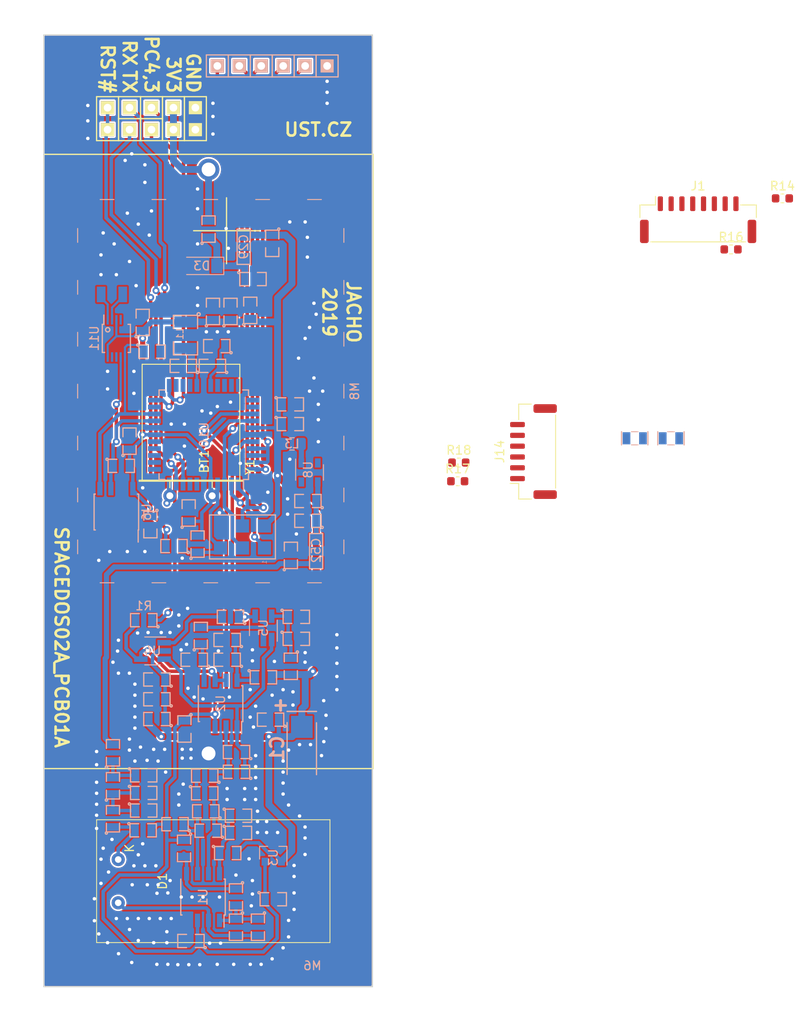
<source format=kicad_pcb>
(kicad_pcb (version 20210925) (generator pcbnew)
  (title_block (title "NAME") (date "%d. %m. %Y") (rev "REV") (company "Mlab www.mlab.cz") (comment 1 "VERSION") (comment 2 "Short description\\nTwo lines are maximum") (comment 3 "nickname <email@example.com>"))
  (layers (0 "F.Cu" signal) (31 "B.Cu" signal) (34 "B.Paste" user) (36 "B.SilkS" user "B.Silkscreen") (37 "F.SilkS" user "F.Silkscreen") (38 "B.Mask" user) (39 "F.Mask" user) (44 "Edge.Cuts" user))
  (net 0 "")
  (net 1 "GND")
  (net 2 "Net-(C10-Pad2)")
  (net 3 "/VCC1")
  (net 4 "/VCC2")
  (net 5 "/VCC3")
  (net 6 "/VCC4")
  (net 7 "Net-(C10-Pad1)")
  (net 8 "Net-(C15-Pad1)")
  (net 9 "Net-(C15-Pad2)")
  (net 10 "Net-(C16-Pad1)")
  (net 11 "Net-(C18-Pad1)")
  (net 12 "Net-(C18-Pad2)")
  (net 13 "Net-(C19-Pad1)")
  (net 14 "Net-(R12-Pad2)")
  (net 15 "Net-(R13-Pad2)")
  (net 16 "Net-(C2-Pad1)")
  (net 17 "/A")
  (net 18 "/K")
  (net 19 "Net-(R1-Pad2)")
  (net 20 "/cpu/AVCC")
  (net 21 "/cpu/RST#")
  (net 22 "/cpu/RST#_P")
  (net 23 "/cpu/PC0")
  (net 24 "/cpu/PC1")
  (net 25 "/cpu/PB5")
  (net 26 "/cpu/PB7")
  (net 27 "/cpu/PB6")
  (net 28 "/cpu/RX0")
  (net 29 "/cpu/TX0")
  (net 30 "Net-(U11-Pad1)")
  (net 31 "Net-(U11-Pad2)")
  (net 32 "+3V3")
  (net 33 "Net-(C21-Pad1)")
  (net 34 "Net-(C42-Pad1)")
  (net 35 "+5V")
  (net 36 "Net-(L3-Pad2)")
  (net 37 "PA1")
  (net 38 "PA0")
  (net 39 "Net-(C40-Pad1)")
  (net 40 "Net-(C29-Pad1)")
  (net 41 "/power/3")
  (net 42 "PB0")
  (net 43 "/cpu/SD_VDD")
  (net 44 "/cpu/PB4")
  (net 45 "Net-(C38-Pad1)")
  (net 46 "Net-(C41-Pad1)")
  (net 47 "/cpu/PC4")
  (net 48 "/cpu/PC3")
  (net 68 "/cpu/TIMEPULSE")
  (net 69 "/cpu/EXTINT")
  (net 70 "/cpu/GEO_STAT")
  (net 71 "Net-(J1-Pad4)")
  (net 72 "Net-(J1-Pad5)")
  (net 73 "/cpu/TX1")
  (net 74 "/cpu/RX1")
  (net 75 "Net-(J14-Pad2)")
  (net 76 "Net-(J14-Pad3)")
  (footprint "Mlab_Pin_Headers:Straight_2x01" (layer "F.Cu") (at 7.366 -100.33 90)
    (fp_text reference "J19" hide)
    (fp_text value "HEADER_2x01_PARALLEL" hide)
  )
  (footprint "Mlab_Pin_Headers:Straight_1x01" (layer "F.Cu") (at 9.906 -101.6 90)
    (fp_text reference "J6" hide)
    (fp_text value "HEADER_1x01" hide)
  )
  (footprint "Mlab_Pin_Headers:Straight_1x01" (layer "F.Cu") (at 12.446 -101.6 90)
    (fp_text reference "J4" hide)
    (fp_text value "HEADER_1x01" hide)
  )
  (footprint "Mlab_Pin_Headers:Straight_1x01" (layer "F.Cu") (at 9.906 -99.06 90)
    (fp_text reference "J7" hide)
    (fp_text value "HEADER_1x01" hide)
  )
  (footprint "Mlab_Pin_Headers:Straight_1x01" (layer "F.Cu") (at 12.446 -99.06 90)
    (fp_text reference "J5" hide)
    (fp_text value "HEADER_1x01" hide)
  )
  (footprint "Mlab_Batery:BX0037_nez_sroubu" (layer "F.Cu") (at 19.05 -60.706 -90)
    (fp_text reference "BT1")
    (fp_text value "BX0037")
  )
  (footprint "Mlab_Pin_Headers:Straight_1x02" (layer "F.Cu") (at 14.986 -100.33)
    (fp_text reference "J3" hide)
    (fp_text value "HEADER_2x01_PARALLEL" hide)
  )
  (footprint "Mlab_Pin_Headers:Straight_1x02" (layer "F.Cu") (at 17.526 -100.33)
    (fp_text reference "J2" hide)
    (fp_text value "HEADER_2x01_PARALLEL" hide)
  )
  (footprint "Mlab_D:HAMAMATSU_S2744-09" (layer "F.Cu") (at 34.036 -12.192)
    (fp_text reference "D1")
    (fp_text value "S2744-09")
  )
  (footprint "Connector_JST:JST_GH_SM06B-GHS-TB_1x06-1MP_P1.25mm_Horizontal" (layer "F.Cu") (at 56.642 -61.849 90)
    (fp_text reference "J14")
    (fp_text value "SM06B-GHS-TB")
  )
  (footprint "Crystal:Crystal_HC49-U_Horizontal" (layer "F.Cu") (at 19.468 -56.739 180)
    (fp_text reference "Y1")
    (fp_text value "1,8432MHz")
  )
  (footprint "Resistor_SMD:R_0603_1608Metric" (layer "F.Cu") (at 79.502 -85.217)
    (fp_text reference "R16")
    (fp_text value "100R")
  )
  (footprint "Resistor_SMD:R_0603_1608Metric" (layer "F.Cu") (at 85.442 -91.116)
    (fp_text reference "R14")
    (fp_text value "100R")
  )
  (footprint "Connector_JST:JST_GH_SM08B-GHS-TB_1x08-1MP_P1.25mm_Horizontal" (layer "F.Cu") (at 75.692 -88.646)
    (fp_text reference "J1")
    (fp_text value "SM08B-GHS-TB")
  )
  (footprint "Resistor_SMD:R_0603_1608Metric" (layer "F.Cu") (at 48.006 -60.579)
    (fp_text reference "R18")
    (fp_text value "33R")
  )
  (footprint "Resistor_SMD:R_0603_1608Metric" (layer "F.Cu") (at 47.879 -58.42)
    (fp_text reference "R17")
    (fp_text value "33R")
  )
  (footprint "Mlab_Pin_Headers:SMD_2x03" (layer "B.Cu") (at 22.9743 -51.9811 90)
    (fp_text reference "J22" hide)
    (fp_text value "HEADER_2x03" hide)
  )
  (footprint "Package_TO_SOT_SMD:SOT-23-5_HandSoldering" (layer "B.Cu") (at 25.3933 -41.4731 90)
    (fp_text reference "U5")
    (fp_text value "TS5A4594" hide)
  )
  (footprint "Package_TO_SOT_SMD:SOT-23-5_HandSoldering" (layer "B.Cu") (at 12.5663 -38.8061 180)
    (fp_text reference "U4")
    (fp_text value "TS7211" hide)
  )
  (footprint "Mlab_R:SMD-0805" (layer "B.Cu") (at 13.0743 -33.2181 180)
    (fp_text reference "C8")
    (fp_text value "10uF")
  )
  (footprint "Mlab_R:SMD-0805" (layer "B.Cu") (at 17.0105 -5.2781 180)
    (fp_text reference "C3")
    (fp_text value "4u7")
  )
  (footprint "Mlab_R:SMD-0805" (layer "B.Cu") (at 24.7583 -6.8656 -90)
    (fp_text reference "R6")
    (fp_text value "10M")
  )
  (footprint "Mlab_R:SMD-0805" (layer "B.Cu") (at 13.0743 -35.5041 180)
    (fp_text reference "C13")
    (fp_text value "100nF")
  )
  (footprint "Mlab_R:SMD-0805" (layer "B.Cu") (at 11.4808 -18.0721)
    (fp_text reference "C24")
    (fp_text value "1uF")
  )
  (footprint "Mlab_R:SMD-0805" (layer "B.Cu") (at 26.2255 -30.861 180)
    (fp_text reference "C4")
    (fp_text value "10uF")
  )
  (footprint "Package_QFP:TQFP-44_10x10mm_P0.8mm" (layer "B.Cu") (at 18.4963 -63.7961 90)
    (fp_text reference "U10")
    (fp_text value "ATMEGA1284P-AU" hide)
  )
  (footprint "Mlab_R:SMD-0805" (layer "B.Cu") (at 13.0743 -30.9321 180)
    (fp_text reference "R4")
    (fp_text value "470R")
  )
  (footprint "Mlab_R:SMD-0805" (layer "B.Cu") (at 22.2183 -10.3581 -90)
    (fp_text reference "C10")
    (fp_text value "100nF")
  )
  (footprint "Mlab_R:SMD-0805" (layer "B.Cu") (at 22.2183 -6.8656 -90)
    (fp_text reference "C5")
    (fp_text value "1pFNP0 251R15S1R0AV4E" hide)
  )
  (footprint "Mlab_R:SMD-0805" (layer "B.Cu") (at 25.3933 -35.7581)
    (fp_text reference "R3")
    (fp_text value "470R")
  )
  (footprint "Mlab_R:SMD-0805" (layer "B.Cu") (at 21.2658 -15.4381)
    (fp_text reference "R2")
    (fp_text value "470R")
  )
  (footprint "Mlab_IO:SOIC-8_3.9x4.9mm_Pitch1.27mm" (layer "B.Cu") (at 20.4403 -32.7101 90)
    (fp_text reference "U2")
    (fp_text value "OPA2314" hide)
  )
  (footprint "Mlab_R:SMD-0805" (layer "B.Cu") (at 18.6055 -24.384 180)
    (fp_text reference "R10")
    (fp_text value "1k")
  )
  (footprint "Mlab_R:SMD-0805" (layer "B.Cu") (at 22.2818 -27.1221 180)
    (fp_text reference "C18")
    (fp_text value "2n2")
  )
  (footprint "Mlab_IO:SOIC-8_3.9x4.9mm_Pitch1.27mm" (layer "B.Cu") (at 18.4083 -10.3581 90)
    (fp_text reference "U1")
    (fp_text value "OPA2314" hide)
  )
  (footprint "Mlab_R:SMD-0805" (layer "B.Cu") (at 26.5363 -10.1041)
    (fp_text reference "C20")
    (fp_text value "100nF")
  )
  (footprint "Mlab_R:SMD-0805" (layer "B.Cu") (at 16.213 -15.9795 -90)
    (fp_text reference "R7")
    (fp_text value "10k")
  )
  (footprint "Mlab_R:SMD-0805" (layer "B.Cu") (at 19.0105 -18.027 180)
    (fp_text reference "R9")
    (fp_text value "4k7")
  )
  (footprint "Mlab_R:SMD-0805" (layer "B.Cu") (at 22.5105 -17.777)
    (fp_text reference "C11")
    (fp_text value "100nF")
  )
  (footprint "Mlab_R:SMD-0805" (layer "B.Cu") (at 18.6055 -22.352)
    (fp_text reference "C16")
    (fp_text value "100nF")
  )
  (footprint "Mlab_R:SMD-0805" (layer "B.Cu") (at 22.2818 -24.8361 180)
    (fp_text reference "R11")
    (fp_text value "4k7")
  )
  (footprint "Mlab_R:SMD-0805" (layer "B.Cu") (at 18.7258 -20.2641 180)
    (fp_text reference "C15")
    (fp_text value "3n3")
  )
  (footprint "Mlab_R:SMD-0805" (layer "B.Cu") (at 28.5683 -37.0281 -90)
    (fp_text reference "R5")
    (fp_text value "470R")
  )
  (footprint "Mlab_R:SMD-0805" (layer "B.Cu") (at 21.2023 -37.7901 180)
    (fp_text reference "C12")
    (fp_text value "100nF")
  )
  (footprint "Mlab_IO:TSSOP-10_3x3mm_Pitch0.5mm" (layer "B.Cu") (at 8.382 -74.93 -90)
    (fp_text reference "U11")
    (fp_text value "PCF85263A" hide)
  )
  (footprint "Mlab_R:SMD-0805" (layer "B.Cu") (at 18.1543 -40.5841 90)
    (fp_text reference "R13")
    (fp_text value "2k2")
  )
  (footprint "Mlab_R:SMD-0805" (layer "B.Cu") (at 29.2033 -40.2031)
    (fp_text reference "C9")
    (fp_text value "10uF")
  )
  (footprint "Mlab_R:SMD-0805" (layer "B.Cu") (at 29.2033 -42.7431)
    (fp_text reference "C14")
    (fp_text value "100nF")
  )
  (footprint "Mlab_R:SMD-0805" (layer "B.Cu") (at 21.2023 -40.0761 180)
    (fp_text reference "C7")
    (fp_text value "10uF")
  )
  (footprint "Mlab_R:SMD-0805" (layer "B.Cu") (at 21.5833 -42.7431 180)
    (fp_text reference "R12")
    (fp_text value "10k")
  )
  (footprint "Mlab_R:SMD-1210" (layer "B.Cu") (at 16.383 -75.311 -90)
    (fp_text reference "L1")
    (fp_text value "10uH - LQH32CN100K23L" hide)
  )
  (footprint "Mlab_R:SMD-0805" (layer "B.Cu") (at 17.3923 -37.7901 180)
    (fp_text reference "C19")
    (fp_text value "1nF/NP0")
  )
  (footprint "Package_TO_SOT_SMD:SOT-23-5" (layer "B.Cu") (at 30.734 -59.436 -90)
    (fp_text reference "U8")
    (fp_text value "TPS613222ADBV" hide)
  )
  (footprint "Mlab_R:SMD-0805" (layer "B.Cu") (at 11.5443 -20.3581)
    (fp_text reference "C2")
    (fp_text value "100nF")
  )
  (footprint "Diode_SMD:D_MiniMELF" (layer "B.Cu") (at 18.26 -83.312 180)
    (fp_text reference "D3")
    (fp_text value "BZV55C-5,6V" hide)
  )
  (footprint "Mlab_R:SMD-0805" (layer "B.Cu") (at 19.05 -87.5665 90)
    (fp_text reference "F2")
    (fp_text value "100mA" hide)
  )
  (footprint "Mlab_R:SMD-0805" (layer "B.Cu") (at 26.416 -85.9155 -90)
    (fp_text reference "C55")
    (fp_text value "100nF")
  )
  (footprint "Resistor_SMD:R_0805_2012Metric_Pad1.15x1.40mm_HandSolder" (layer "B.Cu") (at 28.702 -62.738)
    (fp_text reference "L3")
    (fp_text value "DFE252012P-4R7M" hide)
  )
  (footprint "Mlab_XTAL:ABS07" (layer "B.Cu") (at 7.874 -80.01)
    (fp_text reference "Y2")
    (fp_text value "ABS07-120-32.768KHZ-T" hide)
  )
  (footprint "Mlab_R:SMD-0805" (layer "B.Cu") (at 7.9883 -19.4056 90)
    (fp_text reference "R22")
    (fp_text value "4k7")
  )
  (footprint "Mlab_R:SMD-0805" (layer "B.Cu") (at 7.9883 -23.2156 90)
    (fp_text reference "R19")
    (fp_text value "4k7")
  )
  (footprint "Mlab_R:SMD-0805" (layer "B.Cu") (at 7.9883 -27.0256 90)
    (fp_text reference "R15")
    (fp_text value "4k7")
  )
  (footprint "Mlab_R:SMD-0805" (layer "B.Cu") (at 11.5443 -22.3901)
    (fp_text reference "C23")
    (fp_text value "10uF")
  )
  (footprint "Mlab_R:SMD-0805" (layer "B.Cu") (at 11.5443 -24.4221)
    (fp_text reference "C21")
    (fp_text value "10uF")
  )
  (footprint "Mlab_R:SMD-0805" (layer "B.Cu") (at 16.75 -54.75 90)
    (fp_text reference "C34")
    (fp_text value "100nF")
  )
  (footprint "Mlab_R:SMD-0805" (layer "B.Cu") (at 21.59 -78.0415 90)
    (fp_text reference "C27")
    (fp_text value "100nF")
  )
  (footprint "Mlab_R:SMD-0805" (layer "B.Cu") (at 12.5095 -73.406)
    (fp_text reference "R20")
    (fp_text value "10k")
  )
  (footprint "Mlab_R:SMD-0805" (layer "B.Cu") (at 17.78 -51.1556 90)
    (fp_text reference "R23")
    (fp_text value "10k")
  )
  (footprint "Mlab_R:SMD-0805" (layer "B.Cu") (at 23.876 -78.1685 90)
    (fp_text reference "C26")
    (fp_text value "100nF")
  )
  (footprint "Package_TO_SOT_SMD:SOT-23" (layer "B.Cu") (at 26.5363 -15.4541 90)
    (fp_text reference "U3")
    (fp_text value "ISL21080DIH312Z-TK  1V25" hide)
  )
  (footprint "Mlab_R:SMD-0805" (layer "B.Cu") (at 15.0495 -50.927 180)
    (fp_text reference "C43")
    (fp_text value "4u7")
  )
  (footprint "Mlab_R:SMD-0805" (layer "B.Cu") (at 9.906 -63.0555 90)
    (fp_text reference "C39")
    (fp_text value "100nF")
  )
  (footprint "Mlab_R:SMD-0805" (layer "B.Cu") (at 19.558 -78.0415 90)
    (fp_text reference "C28")
    (fp_text value "100nF")
  )
  (footprint "Mlab_R:SMD-0805" (layer "B.Cu") (at 11.5503 -42.3621 180)
    (fp_text reference "R1")
    (fp_text value "10R" hide)
  )
  (footprint "Mlab_R:SMD-0805" (layer "B.Cu") (at 24.1935 -81.788)
    (fp_text reference "C36")
    (fp_text value "10uF")
  )
  (footprint "Mlab_R:SMD-0805" (layer "B.Cu") (at 28.5115 -65.024)
    (fp_text reference "C32")
    (fp_text value "100nF")
  )
  (footprint "Mlab_R:SMD-0805" (layer "B.Cu") (at 8.9535 -60.198)
    (fp_text reference "R21")
    (fp_text value "10k")
  )
  (footprint "Mlab_R:SMD-0805" (layer "B.Cu") (at 19.4945 -71.755 180)
    (fp_text reference "C44")
    (fp_text value "100nF")
  )
  (footprint "Mlab_R:SMD-0805" (layer "B.Cu") (at 16.129 -71.755 180)
    (fp_text reference "C31")
    (fp_text value "100nF")
  )
  (footprint "Mlab_R:SMD-0805" (layer "B.Cu") (at 20.0025 -74.041 180)
    (fp_text reference "C40")
    (fp_text value "10uF")
  )
  (footprint "Mlab_R:SMD-0805" (layer "B.Cu") (at 30.5435 -53.848 180)
    (fp_text reference "C50")
    (fp_text value "10uF")
  )
  (footprint "Mlab_R:SMD-0805" (layer "B.Cu") (at 30.5435 -56.134 180)
    (fp_text reference "C42")
    (fp_text value "10uF")
  )
  (footprint "Mlab_R:SMD-0805" (layer "B.Cu") (at 28.5115 -67.31)
    (fp_text reference "C35")
    (fp_text value "100nF")
  )
  (footprint "Mlab_R:SMD-0805" (layer "B.Cu") (at 11.43 -76.7715 90)
    (fp_text reference "C47")
    (fp_text value "100nF")
  )
  (footprint "Mlab_R:SMD-0805" (layer "B.Cu") (at 28.575 -49.8475 90)
    (fp_text reference "C54")
    (fp_text value "100nF")
  )
  (footprint "Mlab_R:SMD-0805" (layer "B.Cu") (at 15.1698 -18.777 180)
    (fp_text reference "R8")
    (fp_text value "1k")
  )
  (footprint "Mlab_R:SMD-0805" (layer "B.Cu") (at 22.5105 -19.7561)
    (fp_text reference "C6")
    (fp_text value "10uF")
  )
  (footprint "Mlab_C:TantalC_SizeC_Reflow" (layer "B.Cu") (at 29.8383 -27.5031 -90)
    (fp_text reference "C1")
    (fp_text value "22uF" hide)
  )
  (footprint "Mlab_L:FIR_0805" (layer "B.Cu") (at 23.114 -85.518 90)
    (fp_text reference "C29")
    (fp_text value "NFM21PC105-1uF" hide)
  )
  (footprint "Mlab_L:FIR_0805" (layer "B.Cu") (at 31.496 -50.339 -90)
    (fp_text reference "C52")
    (fp_text value "NFM21PC105-1uF" hide)
  )
  (footprint "RF_Shielding:Laird_Technologies_BMI-S-210-F_44.00x30.50mm" (layer "B.Cu") (at 19.304 -68.834 90)
    (fp_text reference "M8")
    (fp_text value "BMI-S-210-F")
  )
  (footprint "Mlab_Mechanical:BMI-S-210-F" (layer "B.Cu") (at 34.978 -0.411 90)
    (fp_text reference "M6")
    (fp_text value "BMI-S-210-F")
  )
  (footprint "Mlab_R:SMD-0805" (layer "B.Cu") (at 16.256 -29.7815 -90)
    (fp_text reference "C17")
    (fp_text value "4u7")
  )
  (footprint "Mlab_Pin_Headers:Straight_1x01" (layer "B.Cu") (at 25.146 -106.426)
    (fp_text reference "J9" hide)
    (fp_text value "HEADER_1x01" hide)
  )
  (footprint "Mlab_Pin_Headers:Straight_1x01" (layer "B.Cu") (at 30.226 -106.426)
    (fp_text reference "J10" hide)
    (fp_text value "HEADER_1x01" hide)
  )
  (footprint "Mlab_Pin_Headers:Straight_1x01" (layer "B.Cu") (at 20.066 -106.426)
    (fp_text reference "J11" hide)
    (fp_text value "HEADER_1x01" hide)
  )
  (footprint "Mlab_Pin_Headers:Straight_1x01" (layer "B.Cu") (at 22.606 -106.426)
    (fp_text reference "J12" hide)
    (fp_text value "HEADER_1x01" hide)
  )
  (footprint "Mlab_Pin_Headers:Straight_1x01" (layer "B.Cu") (at 32.766 -106.426)
    (fp_text reference "J13" hide)
    (fp_text value "HEADER_1x01" hide)
  )
  (footprint "Mlab_Pin_Headers:Straight_1x01" (layer "B.Cu") (at 27.686 -106.426)
    (fp_text reference "J8" hide)
    (fp_text value "HEADER_1x01" hide)
  )
  (footprint "Mlab_R:SMD-0805" (layer "B.Cu") (at 12.319 -53.4035 -90)
    (fp_text reference "C30")
    (fp_text value "100nF")
  )
  (footprint "Package_SO:SOIC-8_3.9x4.9mm_P1.27mm" (layer "B.Cu") (at 8.382 -54.864 90)
    (fp_text reference "U6")
    (fp_text value "AT24CS64-SSHM" hide)
  )
  (footprint "Mlab_R:SMD-0805" (layer "B.Cu") (at 68.356 -63.38459)
    (fp_text reference "C38")
    (fp_text value "15pF")
  )
  (footprint "Mlab_R:SMD-0805" (layer "B.Cu") (at 72.546 -63.38459)
    (fp_text reference "C41")
    (fp_text value "15pF")
  )
  (gr_line (start 38 -110) (end 38 0) (layer "Edge.Cuts") (width 0.15))
  (gr_line (start 0 0) (end 0 -110) (layer "Edge.Cuts") (width 0.15))
  (gr_line (start 0 0) (end 38 0) (layer "Edge.Cuts") (width 0.15))
  (gr_line (start 0 -110) (end 38 -110) (layer "Edge.Cuts") (width 0.15))
  (gr_text "UST.CZ" (at 31.75 -99.06) (layer "F.SilkS") (effects (font (size 1.5 1.5) (thickness 0.3))))
  (gr_text "3V3" (at 14.986 -103.124 -90) (layer "F.SilkS") (effects (font (size 1.5 1.5) (thickness 0.3)) (justify right)))
  (gr_text "2019" (at 33.02 -77.978 -90) (layer "F.SilkS") (effects (font (size 1.5 1.5) (thickness 0.3))))
  (gr_text "SPACEDOS02A_PCB01A" (at 2.032 -40.386 -90) (layer "F.SilkS") (effects (font (size 1.5 1.5) (thickness 0.3))))
  (gr_text "RX" (at 9.906 -107.95 -90) (layer "F.SilkS") (effects (font (size 1.5 1.5) (thickness 0.3))))
  (gr_text "GND" (at 17.272 -103.124 -90) (layer "F.SilkS") (effects (font (size 1.5 1.5) (thickness 0.3)) (justify right)))
  (gr_text "RST#" (at 7.366 -103.124 -90) (layer "F.SilkS") (effects (font (size 1.5 1.5) (thickness 0.3)) (justify right)))
  (gr_text "PC4,3" (at 12.446 -103.124 270) (layer "F.SilkS") (effects (font (size 1.5 1.5) (thickness 0.3)) (justify right)))
  (gr_text "JACHO" (at 35.814 -77.978 -90) (layer "F.SilkS") (effects (font (size 1.5 1.5) (thickness 0.3))))
  (gr_text "TX" (at 9.906 -103.124 -90) (layer "F.SilkS") (effects (font (size 1.5 1.5) (thickness 0.3)) (justify right)))
  (segment (start 22.7263 -33.4721) (end 22.9803 -33.7261) (width 0.25) (layer "F.Cu") (net 1))
  (segment (start 21.4563 -33.4721) (end 22.7263 -33.4721) (width 0.25) (layer "F.Cu") (net 1))
  (segment (start 20.4403 -5.0241) (end 19.1703 -5.0241) (width 0.25) (layer "F.Cu") (net 1))
  (segment (start 16.6683 -34.4881) (end 17.1763 -34.4881) (width 0.4) (layer "F.Cu") (net 1))
  (segment (start 19.4243 -39.5681) (end 20.1863 -38.8061) (width 0.4) (layer "F.Cu") (net 1))
  (segment (start 16.5033 -39.5681) (end 19.4243 -39.5681) (width 0.4) (layer "F.Cu") (net 1))
  (segment (start 17.1763 -34.4881) (end 18.4083 -33.2561) (width 0.4) (layer "F.Cu") (net 1))
  (segment (start 16.6683 -34.184472) (end 17.386486 -33.466286) (width 0.4) (layer "F.Cu") (net 1))
  (segment (start 17.1383 -10.3581) (end 18.4083 -10.3581) (width 0.25) (layer "F.Cu") (net 1))
  (segment (start 24.1233 -38.9331) (end 24.1233 -37.6631) (width 0.4) (layer "F.Cu") (net 1))
  (segment (start 16.6683 -34.4881) (end 16.6683 -34.184472) (width 0.4) (layer "F.Cu") (net 1))
  (via (at 8.522339 -38.787523) (size 0.8) (drill 0.4) (layers "F.Cu" "B.Cu") (net 1))
  (via (at 10.839993 -40.874407) (size 0.8) (drill 0.4) (layers "F.Cu" "B.Cu") (net 1))
  (via (at 22.7203 -60.4901) (size 0.8) (drill 0.4) (layers "F.Cu" "B.Cu") (net 1))
  (via (at 13.208 -26.0731) (size 0.8) (drill 0.4) (layers "F.Cu" "B.Cu") (net 1))
  (via (at 5.842 -10.16) (size 0.8) (drill 0.4) (layers "F.Cu" "B.Cu") (net 1))
  (via (at 5.842 -7.62) (size 0.8) (drill 0.4) (layers "F.Cu" "B.Cu") (net 1))
  (via (at 6.35 -6.096) (size 0.8) (drill 0.4) (layers "F.Cu" "B.Cu") (net 1))
  (via (at 7.366 -5.08) (size 0.8) (drill 0.4) (layers "F.Cu" "B.Cu") (net 1))
  (via (at 20.3073 -54.7751) (size 0.8) (drill 0.4) (layers "F.Cu" "B.Cu") (net 1))
  (via (at 13.97 -27.432) (size 0.8) (drill 0.4) (layers "F.Cu" "B.Cu") (net 1))
  (via (at 16.002 -26.416) (size 0.8) (drill 0.4) (layers "F.Cu" "B.Cu") (net 1))
  (via (at 16.6243 -43.7261) (size 0.8) (drill 0.4) (layers "F.Cu" "B.Cu") (net 1))
  (via (at 9.8933 -28.6131) (size 0.8) (drill 0.4) (layers "F.Cu" "B.Cu") (net 1))
  (via (at 13.5763 -40.9321) (size 0.8) (drill 0.4) (layers "F.Cu" "B.Cu") (net 1))
  (via (at 15.6083 -22.2631) (size 0.8) (drill 0.4) (layers "F.Cu" "B.Cu") (net 1))
  (via (at 14.5923 -40.9321) (size 0.8) (drill 0.4) (layers "F.Cu" "B.Cu") (net 1))
  (via (at 7.9883 -37.5031) (size 0.8) (drill 0.4) (layers "F.Cu" "B.Cu") (net 1))
  (via (at 9.8933 -27.3431) (size 0.8) (drill 0.4) (layers "F.Cu" "B.Cu") (net 1))
  (via (at 16.1163 -23.4061) (size 0.8) (drill 0.4) (layers "F.Cu" "B.Cu") (net 1))
  (via (at 10.5283 -29.8831) (size 0.8) (drill 0.4) (layers "F.Cu" "B.Cu") (net 1))
  (via (at 8.6233 -36.2331) (size 0.8) (drill 0.4) (layers "F.Cu" "B.Cu") (net 1))
  (via (at 9.8933 -36.2331) (size 0.8) (drill 0.4) (layers "F.Cu" "B.Cu") (net 1))
  (via (at 7.4803 -13.2461) (size 0.8) (drill 0.4) (layers "F.Cu" "B.Cu") (net 1))
  (via (at 17.018 -27.432) (size 0.8) (drill 0.4) (layers "F.Cu" "B.Cu") (net 1))
  (via (at 17.018 -26.416) (size 0.8) (drill 0.4) (layers "F.Cu" "B.Cu") (net 1))
  (via (at 15.6083 -42.9641) (size 0.8) (drill 0.4) (layers "F.Cu" "B.Cu") (net 1))
  (via (at 10.5283 -32.4231) (size 0.8) (drill 0.4) (layers "F.Cu" "B.Cu") (net 1))
  (via (at 8.6233 -40.0431) (size 0.8) (drill 0.4) (layers "F.Cu" "B.Cu") (net 1))
  (via (at 10.5283 -33.6931) (size 0.8) (drill 0.4) (layers "F.Cu" "B.Cu") (net 1))
  (via (at 10.5283 -31.1531) (size 0.8) (drill 0.4) (layers "F.Cu" "B.Cu") (net 1))
  (via (at 10.5283 -26.0731) (size 0.8) (drill 0.4) (layers "F.Cu" "B.Cu") (net 1))
  (via (at 15.6083 -41.6941) (size 0.8) (drill 0.4) (layers "F.Cu" "B.Cu") (net 1))
  (via (at 12.0523 -40.9321) (size 0.8) (drill 0.4) (layers "F.Cu" "B.Cu") (net 1))
  (via (at 16.002 -27.432) (size 0.8) (drill 0.4) (layers "F.Cu" "B.Cu") (net 1))
  (via (at 14.0843 -24.8031) (size 0.8) (drill 0.4) (layers "F.Cu" "B.Cu") (net 1))
  (via (at 15.6083 -20.9931) (size 0.8) (drill 0.4) (layers "F.Cu" "B.Cu") (net 1))
  (via (at 10.5283 -34.9631) (size 0.8) (drill 0.4) (layers "F.Cu" "B.Cu") (net 1))
  (via (at 6.604 -11.938) (size 0.8) (drill 0.4) (layers "F.Cu" "B.Cu") (net 1))
  (via (at 27.6733 -34.3281) (size 0.8) (drill 0.4) (layers "F.Cu" "B.Cu") (net 1))
  (via (at 24.713 -20.277) (size 0.8) (drill 0.4) (layers "F.Cu" "B.Cu") (net 1))
  (via (at 14.3383 -10.8331) (size 0.8) (drill 0.4) (layers "F.Cu" "B.Cu") (net 1))
  (via (at 13.081 -10.795) (size 0.8) (drill 0.4) (layers "F.Cu" "B.Cu") (net 1))
  (via (at 12.192 -7.874) (size 0.8) (drill 0.4) (layers "F.Cu" "B.Cu") (net 1))
  (via (at 14.224 -6.35) (size 0.8) (drill 0.4) (layers "F.Cu" "B.Cu") (net 1))
  (via (at 14.3383 -2.5781) (size 0.8) (drill 0.4) (layers "F.Cu" "B.Cu") (net 1))
  (via (at 24.2443 -30.0101) (size 0.8) (drill 0.4) (layers "F.Cu" "B.Cu") (net 1))
  (via (at 24.4983 -22.8981) (size 0.8) (drill 0.4) (layers "F.Cu" "B.Cu") (net 1))
  (via (at 24.4983 -32.4231) (size 0.8) (drill 0.4) (layers "F.Cu" "B.Cu") (net 1))
  (via (at 11.963 -11.777) (size 0.8) (drill 0.4) (layers "F.Cu" "B.Cu") (net 1))
  (via (at 25.1333 -2.5781) (size 0.8) (drill 0.4) (layers "F.Cu" "B.Cu") (net 1))
  (via (at 10.213 -11.777) (size 0.8) (drill 0.4) (layers "F.Cu" "B.Cu") (net 1))
  (via (at 21.1963 -22.8981) (size 0.8) (drill 0.4) (layers "F.Cu" "B.Cu") (net 1))
  (via (at 21.9583 -2.5781) (size 0.8) (drill 0.4) (layers "F.Cu" "B.Cu") (net 1))
  (via (at 28.9433 -10.8331) (size 0.8) (drill 0.4) (layers "F.Cu" "B.Cu") (net 1))
  (via (at 13.213 -11.777) (size 0.8) (drill 0.4) (layers "F.Cu" "B.Cu") (net 1))
  (via (at 28.3083 -7.6581) (size 0.8) (drill 0.4) (layers "F.Cu" "B.Cu") (net 1))
  (via (at 13.0683 -2.5781) (size 0.8) (drill 0.4) (layers "F.Cu" "B.Cu") (net 1))
  (via (at 26.4033 -3.2131) (size 0.8) (drill 0.4) (layers "F.Cu" "B.Cu") (net 1))
  (via (at 27.6733 -4.4831) (size 0.8) (drill 0.4) (layers "F.Cu" "B.Cu") (net 1))
  (via (at 26.4033 -33.6931) (size 0.8) (drill 0.4) (layers "F.Cu" "B.Cu") (net 1))
  (via (at 28.8163 -34.0741) (size 0.8) (drill 0.4) (layers "F.Cu" "B.Cu") (net 1))
  (via (at 23.8633 -31.1531) (size 0.8) (drill 0.4) (layers "F.Cu" "B.Cu") (net 1))
  (via (at 21.1963 -21.6281) (size 0.8) (drill 0.4) (layers "F.Cu" "B.Cu") (net 1))
  (via (at 23.8633 -34.3281) (size 0.8) (drill 0.4) (layers "F.Cu" "B.Cu") (net 1))
  (via (at 23.2283 -22.8981) (size 0.8) (drill 0.4) (layers "F.Cu" "B.Cu") (net 1))
  (via (at 24.4983 -21.6281) (size 0.8) (drill 0.4) (layers "F.Cu" "B.Cu") (net 1))
  (via (at 23.2283 -21.6281) (size 0.8) (drill 0.4) (layers "F.Cu" "B.Cu") (net 1))
  (via (at 24.4983 -26.7081) (size 0.8) (drill 0.4) (layers "F.Cu" "B.Cu") (net 1))
  (via (at 25.7683 -19.0881) (size 0.8) (drill 0.4) (layers "F.Cu" "B.Cu") (net 1))
  (via (at 24.4983 -25.4381) (size 0.8) (drill 0.4) (layers "F.Cu" "B.Cu") (net 1))
  (via (at 24.4983 -24.1681) (size 0.8) (drill 0.4) (layers "F.Cu" "B.Cu") (net 1))
  (via (at 9.652 -7.874) (size 0.8) (drill 0.4) (layers "F.Cu" "B.Cu") (net 1))
  (via (at 13.462 -7.874) (size 0.8) (drill 0.4) (layers "F.Cu" "B.Cu") (net 1))
  (via (at 20.0533 -2.5781) (size 0.8) (drill 0.4) (layers "F.Cu" "B.Cu") (net 1))
  (via (at 28.3083 -5.7531) (size 0.8) (drill 0.4) (layers "F.Cu" "B.Cu") (net 1))
  (via (at 28.8163 -32.5501) (size 0.8) (drill 0.4) (layers "F.Cu" "B.Cu") (net 1))
  (via (at 28.9433 -8.9281) (size 0.8) (drill 0.4) (layers "F.Cu" "B.Cu") (net 1))
  (via (at 10.922 -7.874) (size 0.8) (drill 0.4) (layers "F.Cu" "B.Cu") (net 1))
  (via (at 29.5783 -19.7231) (size 0.8) (drill 0.4) (layers "F.Cu" "B.Cu") (net 1))
  (via (at 29.5783 -27.9781) (size 0.8) (drill 0.4) (layers "F.Cu" "B.Cu") (net 1))
  (via (at 27.6733 -26.0731) (size 0.8) (drill 0.4) (layers "F.Cu" "B.Cu") (net 1))
  (via (at 28.3083 -20.9931) (size 0.8) (drill 0.4) (layers "F.Cu" "B.Cu") (net 1))
  (via (at 33.8963 -39.1541) (size 0.8) (drill 0.4) (layers "F.Cu" "B.Cu") (net 1))
  (via (at 30.8483 -27.9781) (size 0.8) (drill 0.4) (layers "F.Cu" "B.Cu") (net 1))
  (via (at 33.8963 -34.3281) (size 0.8) (drill 0.4) (layers "F.Cu" "B.Cu") (net 1))
  (via (at 27.6733 -22.2631) (size 0.8) (drill 0.4) (layers "F.Cu" "B.Cu") (net 1))
  (via (at 32.385 -28.321) (size 0.8) (drill 0.4) (layers "F.Cu" "B.Cu") (net 1))
  (via (at 20.1863 -38.8061) (size 0.8) (drill 0.4) (layers "F.Cu" "B.Cu") (net 1))
  (via (at 32.1183 -26.7081) (size 0.8) (drill 0.4) (layers "F.Cu" "B.Cu") (net 1))
  (via (at 33.8963 -35.8521) (size 0.8) (drill 0.4) (layers "F.Cu" "B.Cu") (net 1))
  (via (at 24.1233 -38.9331) (size 0.8) (drill 0.4) (layers "F.Cu" "B.Cu") (net 1))
  (via (at 32.639 -31.369) (size 0.8) (drill 0.4) (layers "F.Cu" "B.Cu") (net 1))
  (via (at 20.4403 -5.0241) (size 0.8) (drill 0.4) (layers "F.Cu" "B.Cu") (net 1))
  (via (at 24.713 -19.0881) (size 0.8) (drill 0.4) (layers "F.Cu" "B.Cu") (net 1))
  (via (at 33.8963 -37.3761) (size 0.8) (drill 0.4) (layers "F.Cu" "B.Cu") (net 1))
  (via (at 24.713 -17.8181) (size 0.8) (drill 0.4) (layers "F.Cu" "B.Cu") (net 1))
  (via (at 27.0383 -17.8181) (size 0.8) (drill 0.4) (layers "F.Cu" "B.Cu") (net 1))
  (via (at 18.4083 -33.2561) (size 0.8) (drill 0.4) (layers "F.Cu" "B.Cu") (net 1))
  (via (at 28.9433 -14.0081) (size 0.8) (drill 0.4) (layers "F.Cu" "B.Cu") (net 1))
  (via (at 23.9963 -9.3421) (size 0.8) (drill 0.4) (layers "F.Cu" "B.Cu") (net 1))
  (via (at 24.1233 -37.6631) (size 0.8) (drill 0.4) (layers "F.Cu" "B.Cu") (net 1))
  (via (at 16.5033 -39.5681) (size 0.8) (drill 0.4) (layers "F.Cu" "B.Cu") (net 1))
  (via (at 17.386486 -33.466286) (size 0.8) (drill 0.4) (layers "F.Cu" "B.Cu") (net 1))
  (via (at 28.3083 -27.3431) (size 0.8) (drill 0.4) (layers "F.Cu" "B.Cu") (net 1))
  (via (at 21.4563 -33.4721) (size 0.8) (drill 0.4) (layers "F.Cu" "B.Cu") (net 1))
  (via (at 27.6733 -24.8031) (size 0.8) (drill 0.4) (layers "F.Cu" "B.Cu") (net 1))
  (via (at 30.2133 -18.4531) (size 0.8) (drill 0.4) (layers "F.Cu" "B.Cu") (net 1))
  (via (at 25.7683 -17.8181) (size 0.8) (drill 0.4) (layers "F.Cu" "B.Cu") (net 1))
  (via (at 28.9433 -12.7381) (size 0.8) (drill 0.4) (layers "F.Cu" "B.Cu") (net 1))
  (via (at 30.2133 -15.2781) (size 0.8) (drill 0.4) (layers "F.Cu" "B.Cu") (net 1))
  (via (at 16.6683 -34.4881) (size 0.8) (drill 0.4) (layers "F.Cu" "B.Cu") (net 1))
  (via (at 30.2133 -17.1831) (size 0.8) (drill 0.4) (layers "F.Cu" "B.Cu") (net 1))
  (via (at 27.6733 -23.5331) (size 0.8) (drill 0.4) (layers "F.Cu" "B.Cu") (net 1))
  (via (at 15.8683 -38.9331) (size 0.8) (drill 0.4) (layers "F.Cu" "B.Cu") (net 1))
  (via (at 33.8963 -40.6781) (size 0.8) (drill 0.4) (layers "F.Cu" "B.Cu") (net 1))
  (via (at 32.639 -29.845) (size 0.8) (drill 0.4) (layers "F.Cu" "B.Cu") (net 1))
  (via (at 32.3723 -33.0581) (size 0.8) (drill 0.4) (layers "F.Cu" "B.Cu") (net 1))
  (via (at 19.1703 -5.0241) (size 0.8) (drill 0.4) (layers "F.Cu" "B.Cu") (net 1))
  (via (at 15.887735 -10.357557) (size 0.8) (drill 0.4) (layers "F.Cu" "B.Cu") (net 1))
  (via (at 14.5983 -12.2631) (size 0.8) (drill 0.4) (layers "F.Cu" "B.Cu") (net 1))
  (via (at 30.2133 -37.5031) (size 0.8) (drill 0.4) (layers "F.Cu" "B.Cu") (net 1))
  (via (at 20.3133 -10.3581) (size 0.8) (drill 0.4) (layers "F.Cu" "B.Cu") (net 1))
  (via (at 10.16 -2.794) (size 0.8) (drill 0.4) (layers "F.Cu" "B.Cu") (net 1))
  (via (at 17.1383 -10.3581) (size 0.8) (drill 0.4) (layers "F.Cu" "B.Cu") (net 1))
  (via (at 18.4083 -10.3581) (size 0.8) (drill 0.4) (layers "F.Cu" "B.Cu") (net 1))
  (via (at 24.1233 -10.7061) (size 0.8) (drill 0.4) (layers "F.Cu" "B.Cu") (net 1))
  (via (at 24.1233 -12.2631) (size 0.8) (drill 0.4) (layers "F.Cu" "B.Cu") (net 1))
  (via (at 23.7363 -14.7701) (size 0.8) (drill 0.4) (layers "F.Cu" "B.Cu") (net 1))
  (via (at 22.2183 -12.8981) (size 0.8) (drill 0.4) (layers "F.Cu" "B.Cu") (net 1))
  (via (at 11.938 -26.162) (size 0.8) (drill 0.4) (layers "F.Cu" "B.Cu") (net 1))
  (via (at 14.732 -7.874) (size 0.8) (drill 0.4) (layers "F.Cu" "B.Cu") (net 1))
  (via (at 14.224 -5.08) (size 0.8) (drill 0.4) (layers "F.Cu" "B.Cu") (net 1))
  (via (at 8.382 -7.874) (size 0.8) (drill 0.4) (layers "F.Cu" "B.Cu") (net 1))
  (via (at 9.906 -6.604) (size 0.8) (drill 0.4) (layers "F.Cu" "B.Cu") (net 1))
  (via (at 10.922 -5.334) (size 0.8) (drill 0.4) (layers "F.Cu" "B.Cu") (net 1))
  (via (at 12.7 -5.08) (size 0.8) (drill 0.4) (layers "F.Cu" "B.Cu") (net 1))
  (via (at 15.494 -2.54) (size 0.8) (drill 0.4) (layers "F.Cu" "B.Cu") (net 1))
  (via (at 16.764 -2.54) (size 0.8) (drill 0.4) (layers "F.Cu" "B.Cu") (net 1))
  (via (at 18.034 -2.54) (size 0.8) (drill 0.4) (layers "F.Cu" "B.Cu") (net 1))
  (via (at 8.636 -3.81) (size 0.8) (drill 0.4) (layers "F.Cu" "B.Cu") (net 1))
  (via (at 10.414 -13.97) (size 0.8) (drill 0.4) (layers "F.Cu" "B.Cu") (net 1))
  (via (at 11.684 -13.97) (size 0.8) (drill 0.4) (layers "F.Cu" "B.Cu") (net 1))
  (via (at 12.954 -13.97) (size 0.8) (drill 0.4) (layers "F.Cu" "B.Cu") (net 1))
  (via (at 6.604 -14.732) (size 0.8) (drill 0.4) (layers "F.Cu" "B.Cu") (net 1))
  (via (at 6.858 -16.002) (size 0.8) (drill 0.4) (layers "F.Cu" "B.Cu") (net 1))
  (via (at 7.874 -17.018) (size 0.8) (drill 0.4) (layers "F.Cu" "B.Cu") (net 1))
  (via (at 11.43 -16.51) (size 0.8) (drill 0.4) (layers "F.Cu" "B.Cu") (net 1))
  (via (at 10.922 -15.24) (size 0.8) (drill 0.4) (layers "F.Cu" "B.Cu") (net 1))
  (via (at 6.096 -18.288) (size 0.8) (drill 0.4) (layers "F.Cu" "B.Cu") (net 1))
  (via (at 6.096 -19.812) (size 0.8) (drill 0.4) (layers "F.Cu" "B.Cu") (net 1))
  (via (at 6.096 -21.082) (size 0.8) (drill 0.4) (layers "F.Cu" "B.Cu") (net 1))
  (via (at 6.096 -22.352) (size 0.8) (drill 0.4) (layers "F.Cu" "B.Cu") (net 1))
  (via (at 6.096 -23.622) (size 0.8) (drill 0.4) (layers "F.Cu" "B.Cu") (net 1))
  (via (at 6.096 -25.654) (size 0.8) (drill 0.4) (layers "F.Cu" "B.Cu") (net 1))
  (via (at 6.096 -27.178) (size 0.8) (drill 0.4) (layers "F.Cu" "B.Cu") (net 1))
  (via (at 11.176 -27.686) (size 0.8) (drill 0.4) (layers "F.Cu" "B.Cu") (net 1))
  (via (at 12.7 -27.432) (size 0.8) (drill 0.4) (layers "F.Cu" "B.Cu") (net 1))
  (via (at 23.876 -2.5781) (size 0.8) (drill 0.4) (layers "F.Cu" "B.Cu") (net 1))
  (via (at 19.558 -98.552) (size 0.8) (drill 0.4) (layers "F.Cu" "B.Cu") (net 1))
  (via (at 29.21 -52.324) (size 0.8) (drill 0.4) (layers "F.Cu" "B.Cu") (net 1))
  (via (at 9.652 -50.292) (size 0.8) (drill 0.4) (layers "F.Cu" "B.Cu") (net 1))
  (via (at 32.766 -102.108) (size 0.8) (drill 0.4) (layers "F.Cu" "B.Cu") (net 1))
  (via (at 11.684 -50.292) (size 0.8) (drill 0.4) (layers "F.Cu" "B.Cu") (net 1))
  (via (at 17.78 -80.772) (size 0.8) (drill 0.4) (layers "F.Cu" "B.Cu") (net 1))
  (via (at 10.668 -81.026) (size 0.8) (drill 0.4) (layers "F.Cu" "B.Cu") (net 1))
  (via (at 32.766 -103.378) (size 0.8) (drill 0.4) (layers "F.Cu" "B.Cu") (net 1))
  (via (at 21.336 -85.344) (size 0.8) (drill 0.4) (layers "F.Cu" "B.Cu") (net 1))
  (via (at 20.066 -67.056) (size 0.8) (drill 0.4) (layers "F.Cu" "B.Cu") (net 1))
  (via (at 32.766 -104.648) (size 0.8) (drill 0.4) (layers "F.Cu" "B.Cu") (net 1))
  (via (at 16.002 -49.53) (size 0.8) (drill 0.4) (layers "F.Cu" "B.Cu") (net 1))
  (via (at 30.226 -74.93) (size 0.8) (drill 0.4) (layers "F.Cu" "B.Cu") (net 1))
  (via (at 31.75 -62.992) (size 0.8) (drill 0.4) (layers "F.Cu" "B.Cu") (net 1))
  (via (at 30.734 -76.2) (size 0.8) (drill 0.4) (layers "F.Cu" "B.Cu") (net 1))
  (via (at 26.67 -37.592) (size 0.8) (drill 0.4) (layers "F.Cu" "B.Cu") (net 1))
  (via (at 7.366 -69.088) (size 0.8) (drill 0.4) (layers "F.Cu" "B.Cu") (net 1))
  (via (at 30.48 -86.614) (size 0.8) (drill 0.4) (layers "F.Cu" "B.Cu") (net 1))
  (via (at 17.78 -89.916) (size 0.8) (drill 0.4) (layers "F.Cu" "B.Cu") (net 1))
  (via (at 17.78 -85.852) (size 0.8) (drill 0.4) (layers "F.Cu" "B.Cu") (net 1))
  (via (at 31.242 -70.358) (size 0.8) (drill 0.4) (layers "F.Cu" "B.Cu") (net 1))
  (via (at 19.558 -100.584) (size 0.8) (drill 0.4) (layers "F.Cu" "B.Cu") (net 1))
  (via (at 28.194 -56.388) (size 0.8) (drill 0.4) (layers "F.Cu" "B.Cu") (net 1))
  (via (at 9.652 -89.408) (size 0.8) (drill 0.4) (layers "F.Cu" "B.Cu") (net 1))
  (via (at 30.226 -38.608) (size 0.8) (drill 0.4) (layers "F.Cu" "B.Cu") (net 1))
  (via (at 5.08 -101.854) (size 0.8) (drill 0.4) (layers "F.Cu" "B.Cu") (net 1))
  (via (at 11.684 -94.996) (size 0.8) (drill 0.4) (layers "F.Cu" "B.Cu") (net 1))
  (via (at 30.48 -84.328) (size 0.8) (drill 0.4) (layers "F.Cu" "B.Cu") (net 1))
  (via (at 31.75 -67.31) (size 0.8) (drill 0.4) (layers "F.Cu" "B.Cu") (net 1))
  (via (at 7.62 -50.292) (size 0.8) (drill 0.4) (layers "F.Cu" "B.Cu") (net 1))
  (via (at 10.922 -88.138) (size 0.8) (drill 0.4) (layers "F.Cu" "B.Cu") (net 1))
  (via (at 28.194 -54.61) (size 0.8) (drill 0.4) (layers "F.Cu" "B.Cu") (net 1))
  (via (at 30.734 -68.834) (size 0.8) (drill 0.4) (layers "F.Cu" "B.Cu") (net 1))
  (via (at 11.684 -92.964) (size 0.8) (drill 0.4) (layers "F.Cu" "B.Cu") (net 1))
  (via (at 20.066 -75.692) (size 0.8) (drill 0.4) (layers "F.Cu" "B.Cu") (net 1))
  (via (at 10.414 -68.58) (size 0.8) (drill 0.4) (layers "F.Cu" "B.Cu") (net 1))
  (via (at 12.446 -89.662) (size 0.8) (drill 0.4) (layers "F.Cu" "B.Cu") (net 1))
  (via (at 30.226 -88.392) (size 0.8) (drill 0.4) (layers "F.Cu" "B.Cu") (net 1))
  (via (at 21.59 -67.564) (size 0.8) (drill 0.4) (layers "F.Cu" "B.Cu") (net 1))
  (via (at 9.906 -83.82) (size 0.8) (drill 0.4) (layers "F.Cu" "B.Cu") (net 1))
  (via (at 19.304 -66.294) (size 0.8) (drill 0.4) (layers "F.Cu" "B.Cu") (net 1))
  (via (at 10.16 -96.266) (size 0.8) (drill 0.4) (layers "F.Cu" "B.Cu") (net 1))
  (via (at 17.78 -92.202) (size 0.8) (drill 0.4) (layers "F.Cu" "B.Cu") (net 1))
  (via (at 28.448 -88.392) (size 0.8) (drill 0.4) (layers "F.Cu" "B.Cu") (net 1))
  (via (at 31.496 -77.724) (size 0.8) (drill 0.4) (layers "F.Cu" "B.Cu") (net 1))
  (via (at 21.082 -87.63) (size 0.8) (drill 0.4) (layers "F.Cu" "B.Cu") (net 1))
  (via (at 31.75 -65.532) (size 0.8) (drill 0.4) (layers "F.Cu" "B.Cu") (net 1))
  (via (at 32.258 -68.834) (size 0.8) (drill 0.4) (layers "F.Cu" "B.Cu") (net 1))
  (via (at 21.336 -75.692) (size 0.8) (drill 0.4) (layers "F.Cu" "B.Cu") (net 1))
  (via (at 25.908 -57.15) (size 0.8) (drill 0.4) (layers "F.Cu" "B.Cu") (net 1))
  (via (at 18.288 -66.548) (size 0.8) (drill 0.4) (layers "F.Cu" "B.Cu") (net 1))
  (via (at 18.796 -75.692) (size 0.8) (drill 0.4) (layers "F.Cu" "B.Cu") (net 1))
  (via (at 10.414 -71.12) (size 0.8) (drill 0.4) (layers "F.Cu" "B.Cu") (net 1))
  (via (at 16.256 -62.484) (size 0.8) (drill 0.4) (layers "F.Cu" "B.Cu") (net 1))
  (via (at 6.604 -82.296) (size 0.8) (drill 0.4) (layers "F.Cu" "B.Cu") (net 1))
  (via (at 9.398 -95.504) (size 0.8) (drill 0.4) (layers "F.Cu" "B.Cu") (net 1))
  (via (at 8.128 -85.852) (size 0.8) (drill 0.4) (layers "F.Cu" "B.Cu") (net 1))
  (via (at 8.382 -82.296) (size 0.8) (drill 0.4) (layers "F.Cu" "B.Cu") (net 1))
  (via (at 18.288 -60.198) (size 0.8) (drill 0.4) (layers "F.Cu" "B.Cu") (net 1))
  (via (at 19.558 -102.108) (size 0.8) (drill 0.4) (layers "F.Cu" "B.Cu") (net 1))
  (via (at 6.858 -87.122) (size 0.8) (drill 0.4) (layers "F.Cu" "B.Cu") (net 1))
  (via (at 6.35 -49.276) (size 0.8) (drill 0.4) (layers "F.Cu" "B.Cu") (net 1))
  (via (at 31.242 -78.994) (size 0.8) (drill 0.4) (layers "F.Cu" "B.Cu") (net 1))
  (via (at 11.43 -57.658) (size 0.8) (drill 0.4) (layers "F.Cu" "B.Cu") (net 1))
  (via (at 29.464 -72.644) (size 0.8) (drill 0.4) (layers "F.Cu" "B.Cu") (net 1))
  (via (at 14.732 -65.024) (size 0.8) (drill 0.4) (layers "F.Cu" "B.Cu") (net 1))
  (via (at 12.192 -86.868) (size 0.8) (drill 0.4) (layers "F.Cu" "B.Cu") (net 1))
  (via (at 6.604 -84.582) (size 0.8) (drill 0.4) (layers "F.Cu" "B.Cu") (net 1))
  (via (at 16.256 -65.024) (size 0.8) (drill 0.4) (layers "F.Cu" "B.Cu") (net 1))
  (via (at 7.366 -71.12) (size 0.8) (drill 0.4) (layers "F.Cu" "B.Cu") (net 1))
  (via (at 5.08 -100.076) (size 0.8) (drill 0.4) (layers "F.Cu" "B.Cu") (net 1))
  (via (at 17.78 -78.74) (size 0.8) (drill 0.4) (layers "F.Cu" "B.Cu") (net 1))
  (via (at 5.08 -98.044) (size 0.8) (drill 0.4) (layers "F.Cu" "B.Cu") (net 1))
  (via (at 28.448 -60.96) (size 0.8) (drill 0.4) (layers "F.Cu" "B.Cu") (net 1))
  (segment (start 18.7258 -27.3761) (end 18.7258 -27.1221) (width 0.4) (layer "B.Cu") (net 1))
  (segment (start 18.973985 -33.2561) (end 19.101986 -33.128099) (width 0.25) (layer "B.Cu") (net 1))
  (segment (start 18.4083 -33.2561) (end 18.973985 -33.2561) (width 0.25) (layer "B.Cu") (net 1))
  (segment (start 16.4398 -37.7901) (end 16.4398 -39.5046) (width 0.4) (layer "B.Cu") (net 1))
  (segment (start 16.5033 -39.5681) (end 15.8683 -38.9331) (width 0.4) (layer "B.Cu") (net 1))
  (segment (start 25.412824 -4.7701) (end 23.9963 -4.7701) (width 0.25) (layer "B.Cu") (net 1))
  (segment (start 25.223803 -9.080599) (end 26.0283 -8.276102) (width 0.25) (layer "B.Cu") (net 1))
  (segment (start 17.137757 -10.357557) (end 17.1383 -10.3581) (width 0.25) (layer "B.Cu") (net 1))
  (segment (start 18.4083 -10.3581) (end 20.3133 -10.3581) (width 0.25) (layer "B.Cu") (net 1))
  (segment (start 24.4433 -40.1231) (end 24.4433 -39.2531) (width 0.4) (layer "B.Cu") (net 1))
  (segment (start 16.5033 -34.6531) (end 16.6683 -34.4881) (width 0.4) (layer "B.Cu") (net 1))
  (segment (start 20.2498 -38.8696) (end 20.1863 -38.8061) (width 0.25) (layer "B.Cu") (net 1))
  (segment (start 23.9963 -4.7701) (end 19.1703 -4.7701) (width 0.25) (layer "B.Cu") (net 1))
  (segment (start 23.9963 -4.7701) (end 20.6943 -4.7701) (width 0.25) (layer "B.Cu") (net 1))
  (segment (start 26.0283 -5.385576) (end 25.412824 -4.7701) (width 0.25) (layer "B.Cu") (net 1))
  (segment (start 26.0283 -8.276102) (end 26.0283 -5.385576) (width 0.25) (layer "B.Cu") (net 1))
  (segment (start 15.887735 -10.357557) (end 17.137757 -10.357557) (width 0.25) (layer "B.Cu") (net 1))
  (segment (start 24.835116 -9.080599) (end 25.223803 -9.080599) (width 0.25) (layer "B.Cu") (net 1))
  (segment (start 24.2503 -9.665415) (end 24.835116 -9.080599) (width 0.25) (layer "B.Cu") (net 1))
  (segment (start 16.4398 -39.5046) (end 16.5033 -39.5681) (width 0.4) (layer "B.Cu") (net 1))
  (segment (start 24.1233 -9.792415) (end 24.2503 -9.665415) (width 0.25) (layer "B.Cu") (net 1))
  (segment (start 24.1233 -10.3581) (end 24.1233 -12.2631) (width 0.25) (layer "B.Cu") (net 1))
  (segment (start 19.101986 -33.128099) (end 21.112299 -33.128099) (width 0.25) (layer "B.Cu") (net 1))
  (segment (start 24.4433 -39.2531) (end 24.1233 -38.9331) (width 0.4) (layer "B.Cu") (net 1))
  (segment (start 20.6943 -4.7701) (end 20.4403 -5.0241) (width 0.25) (layer "B.Cu") (net 1))
  (segment (start 24.1233 -10.3581) (end 24.1233 -9.792415) (width 0.25) (layer "B.Cu") (net 1))
  (segment (start 21.112299 -33.128099) (end 21.4563 -33.4721) (width 0.25) (layer "B.Cu") (net 1))
  (segment (start 24.1233 -9.4691) (end 23.9963 -9.3421) (width 0.25) (layer "B.Cu") (net 1))
  (segment (start 24.1233 -10.3581) (end 24.1233 -9.4691) (width 0.25) (layer "B.Cu") (net 1))
  (segment (start 20.2498 -40.0761) (end 20.2498 -38.8696) (width 0.25) (layer "B.Cu") (net 1))
  (segment (start 16.5033 -39.5681) (end 16.5033 -34.6531) (width 0.4) (layer "B.Cu") (net 1))
  (segment (start 24.1233 -10.3581) (end 20.3133 -10.3581) (width 0.25) (layer "B.Cu") (net 1))
  (segment (start 20.4343 -54.6481) (end 20.3073 -54.7751) (width 0.4) (layer "B.Cu") (net 1))
  (segment (start 20.4343 -53.2511) (end 20.4343 -54.6481) (width 0.4) (layer "B.Cu") (net 1))
  (segment (start 8.912289 -40.897774) (end 8.912289 -43.526089) (width 0.4) (layer "B.Cu") (net 1))
  (segment (start 8.6233 -40.0431) (end 8.6233 -40.608785) (width 0.4) (layer "B.Cu") (net 1))
  (segment (start 8.6233 -40.608785) (end 8.912289 -40.897774) (width 0.4) (layer "B.Cu") (net 1))
  (segment (start 10.1983 -44.8121) (end 11.5983 -44.8121) (width 0.4) (layer "B.Cu") (net 1))
  (segment (start 8.912289 -43.526089) (end 10.1983 -44.8121) (width 0.4) (layer "B.Cu") (net 1))
  (segment (start 7.508999 -10.539989) (end 7.508999 -8.239001) (width 0.25) (layer "B.Cu") (net 1))
  (segment (start 10.213 -11.777) (end 9.647315 -11.777) (width 0.25) (layer "B.Cu") (net 1))
  (segment (start 12.7963 -64.5961) (end 10.4941 -64.5961) (width 0.4) (layer "B.Cu") (net 1))
  (segment (start 10.213 -11.777) (end 8.74601 -11.777) (width 0.25) (layer "B.Cu") (net 1))
  (segment (start 8.74601 -11.777) (end 7.508999 -10.539989) (width 0.25) (layer "B.Cu") (net 1))
  (segment (start 7.508999 -8.239001) (end 7.874 -7.874) (width 0.25) (layer "B.Cu") (net 1))
  (segment (start 7.874 -7.874) (end 8.382 -7.874) (width 0.25) (layer "B.Cu") (net 1))
  (segment (start 10.4941 -64.5961) (end 9.906 -64.008) (width 0.4) (layer "B.Cu") (net 1))
  (segment (start 9.647315 -11.777) (end 9.52931 -11.658995) (width 0.25) (layer "B.Cu") (net 1))
  (segment (start 22.0583 -7.6581) (end 22.2183 -7.8181) (width 0.4) (layer "B.Cu") (net 2))
  (segment (start 20.3133 -7.6581) (end 22.0583 -7.6581) (width 0.4) (layer "B.Cu") (net 2))
  (segment (start 24.7583 -7.8181) (end 22.2183 -7.8181) (width 0.4) (layer "B.Cu") (net 2))
  (segment (start 22.2183 -9.4056) (end 22.2183 -7.8181) (width 0.4) (layer "B.Cu") (net 2))
  (segment (start 20.6943 -16.0731) (end 20.6943 -16.7081) (width 0.4) (layer "B.Cu") (net 3))
  (segment (start 20.3133 -15.6921) (end 20.6943 -16.0731) (width 0.4) (layer "B.Cu") (net 3))
  (segment (start 21.3293 -17.7241) (end 21.3293 -19.7561) (width 0.4) (layer "B.Cu") (net 3))
  (segment (start 20.3133 -15.4381) (end 20.3133 -15.6921) (width 0.4) (layer "B.Cu") (net 3))
  (segment (start 20.3133 -13.0581) (end 20.3133 -15.4381) (width 0.4) (layer "B.Cu") (net 3))
  (segment (start 21.3293 -17.3431) (end 20.6943 -16.7081) (width 0.4) (layer "B.Cu") (net 3))
  (segment (start 21.3293 -17.7241) (end 21.3293 -17.3431) (width 0.4) (layer "B.Cu") (net 3))
  (segment (start 22.3453 -35.4101) (end 24.0928 -35.4101) (width 0.4) (layer "B.Cu") (net 4))
  (segment (start 22.3453 -35.4101) (end 22.3453 -37.5996) (width 0.4) (layer "B.Cu") (net 4))
  (segment (start 22.3453 -37.5996) (end 22.1548 -37.7901) (width 0.4) (layer "B.Cu") (net 4))
  (segment (start 22.1548 -37.7901) (end 22.1548 -40.0761) (width 0.4) (layer "B.Cu") (net 4))
  (segment (start 24.0928 -35.4101) (end 24.4408 -35.7581) (width 0.4) (layer "B.Cu") (net 4))
  (segment (start 14.0268 -33.2181) (end 14.0268 -35.5041) (width 0.4) (layer "B.Cu") (net 5))
  (segment (start 14.0268 -30.9321) (end 14.0268 -33.2181) (width 0.4) (layer "B.Cu") (net 5))
  (segment (start 12.5663 -37.2186) (end 12.5663 -38.250386) (width 0.4) (layer "B.Cu") (net 5))
  (segment (start 12.5663 -38.250386) (end 13.122014 -38.8061) (width 0.4) (layer "B.Cu") (net 5))
  (segment (start 13.122014 -38.8061) (end 13.9163 -38.8061) (width 0.4) (layer "B.Cu") (net 5))
  (segment (start 14.0268 -35.7581) (end 12.5663 -37.2186) (width 0.4) (layer "B.Cu") (net 5))
  (segment (start 14.0268 -35.5041) (end 14.0268 -35.7581) (width 0.4) (layer "B.Cu") (net 5))
  (segment (start 28.5683 -39.8856) (end 28.2508 -40.2031) (width 0.4) (layer "B.Cu") (net 6))
  (segment (start 28.1708 -42.8231) (end 28.2508 -42.7431) (width 0.4) (layer "B.Cu") (net 6))
  (segment (start 28.2508 -40.2031) (end 28.2508 -42.7431) (width 0.4) (layer "B.Cu") (net 6))
  (segment (start 28.5683 -37.9806) (end 28.5683 -39.8856) (width 0.4) (layer "B.Cu") (net 6))
  (segment (start 26.3433 -42.8231) (end 28.1708 -42.8231) (width 0.4) (layer "B.Cu") (net 6))
  (segment (start 16.5033 -13.0581) (end 16.5033 -15.1206) (width 0.4) (layer "B.Cu") (net 7))
  (segment (start 16.5033 -13.0581) (end 16.5033 -11.8831) (width 0.4) (layer "B.Cu") (net 7))
  (segment (start 17.0758 -11.3106) (end 16.5033 -11.8831) (width 0.4) (layer "B.Cu") (net 7))
  (segment (start 22.2183 -11.3106) (end 17.0758 -11.3106) (width 0.4) (layer "B.Cu") (net 7))
  (segment (start 16.5033 -15.1206) (end 16.1858 -15.4381) (width 0.4) (layer "B.Cu") (net 7))
  (segment (start 19.5513 -20.3911) (end 19.6783 -20.2641) (width 0.4) (layer "B.Cu") (net 8))
  (segment (start 19.6783 -20.2641) (end 19.6783 -17.9781) (width 0.4) (layer "B.Cu") (net 8))
  (segment (start 19.0433 -13.0581) (end 19.0433 -17.3431) (width 0.4) (layer "B.Cu") (net 8))
  (segment (start 19.0433 -17.3431) (end 19.6783 -17.9781) (width 0.4) (layer "B.Cu") (net 8))
  (segment (start 19.6783 -22.2317) (end 19.558 -22.352) (width 0.4) (layer "B.Cu") (net 8))
  (segment (start 19.6783 -20.2641) (end 19.6783 -22.2317) (width 0.4) (layer "B.Cu") (net 8))
  (segment (start 17.7733 -17.9781) (end 17.7733 -20.2641) (width 0.4) (layer "B.Cu") (net 9))
  (segment (start 17.7733 -13.0581) (end 17.7733 -17.9781) (width 0.4) (layer "B.Cu") (net 9))
  (segment (start 16.8723 -18.027) (end 16.1223 -18.777) (width 0.4) (layer "B.Cu") (net 9))
  (segment (start 18.058 -18.027) (end 16.8723 -18.027) (width 0.4) (layer "B.Cu") (net 9))
  (segment (start 17.653 -24.384) (end 17.653 -22.352) (width 0.4) (layer "B.Cu") (net 10))
  (segment (start 25.3933 -34.4881) (end 24.1233 -33.2181) (width 0.4) (layer "B.Cu") (net 11))
  (segment (start 22.3453 -28.0111) (end 23.2343 -27.1221) (width 0.4) (layer "B.Cu") (net 11))
  (segment (start 23.2343 -24.8361) (end 23.2343 -27.1221) (width 0.4) (layer "B.Cu") (net 11))
  (segment (start 14.3713 -37.8561) (end 15.8683 -36.3591) (width 0.4) (layer "B.Cu") (net 11))
  (segment (start 14.3713 -37.8561) (end 13.9163 -37.8561) (width 0.4) (layer "B.Cu") (net 11))
  (segment (start 25.3933 -37.9931) (end 25.3933 -34.4881) (width 0.4) (layer "B.Cu") (net 11))
  (segment (start 24.1233 -33.2181) (end 23.3613 -32.4561) (width 0.4) (layer "B.Cu") (net 11))
  (segment (start 22.3453 -32.3291) (end 22.2183 -32.4561) (width 0.4) (layer "B.Cu") (net 11))
  (segment (start 17.2653 -32.4561) (end 18.4083 -32.4561) (width 0.4) (layer "B.Cu") (net 11))
  (segment (start 26.3433 -40.1231) (end 26.3433 -38.9431) (width 0.4) (layer "B.Cu") (net 11))
  (segment (start 22.2183 -32.4561) (end 18.4083 -32.4561) (width 0.4) (layer "B.Cu") (net 11))
  (segment (start 23.3613 -32.4561) (end 22.2183 -32.4561) (width 0.4) (layer "B.Cu") (net 11))
  (segment (start 15.8683 -33.8531) (end 17.2653 -32.4561) (width 0.4) (layer "B.Cu") (net 11))
  (segment (start 15.8683 -36.3591) (end 15.8683 -33.8531) (width 0.4) (layer "B.Cu") (net 11))
  (segment (start 26.3433 -38.9431) (end 25.3933 -37.9931) (width 0.4) (layer "B.Cu") (net 11))
  (segment (start 22.3453 -32.3291) (end 22.3453 -28.0111) (width 0.4) (layer "B.Cu") (net 11))
  (segment (start 21.3293 -24.8361) (end 21.3293 -27.1221) (width 0.4) (layer "B.Cu") (net 12))
  (segment (start 19.5513 -24.8361) (end 21.3293 -24.8361) (width 0.4) (layer "B.Cu") (net 12))
  (segment (start 21.0753 -30.0101) (end 21.0753 -27.3761) (width 0.4) (layer "B.Cu") (net 12))
  (segment (start 21.0753 -27.3761) (end 21.3293 -27.1221) (width 0.4) (layer "B.Cu") (net 12))
  (segment (start 18.3448 -37.7901) (end 18.3448 -39.4411) (width 0.4) (layer "B.Cu") (net 13))
  (segment (start 18.5353 -37.5996) (end 18.3448 -37.7901) (width 0.4) (layer "B.Cu") (net 13))
  (segment (start 18.3448 -39.4411) (end 18.1543 -39.6316) (width 0.4) (layer "B.Cu") (net 13))
  (segment (start 18.5353 -35.4101) (end 18.5353 -37.5996) (width 0.4) (layer "B.Cu") (net 13))
  (segment (start 17.1383 -42.7431) (end 20.6308 -42.7431) (width 0.4) (layer "B.Cu") (net 14))
  (segment (start 16.5033 -41.1631) (end 16.5033 -42.1081) (width 0.4) (layer "B.Cu") (net 14))
  (segment (start 13.9163 -39.7561) (end 15.0963 -39.7561) (width 0.4) (layer "B.Cu") (net 14))
  (segment (start 16.5033 -42.1081) (end 17.1383 -42.7431) (width 0.4) (layer "B.Cu") (net 14))
  (segment (start 15.0963 -39.7561) (end 16.5033 -41.1631) (width 0.4) (layer "B.Cu") (net 14))
  (segment (start 25.3933 -41.3031) (end 25.3933 -40.1231) (width 0.4) (layer "B.Cu") (net 15))
  (segment (start 25.1598 -41.5366) (end 25.3933 -41.3031) (width 0.4) (layer "B.Cu") (net 15))
  (segment (start 18.1543 -41.5366) (end 25.1598 -41.5366) (width 0.4) (layer "B.Cu") (net 15))
  (segment (start 7.9883 -20.3581) (end 7.9883 -22.2631) (width 0.4) (layer "B.Cu") (net 16))
  (segment (start 10.5918 -22.3901) (end 8.1153 -22.3901) (width 0.4) (layer "B.Cu") (net 16))
  (segment (start 8.1153 -22.3901) (end 7.9883 -22.2631) (width 0.4) (layer "B.Cu") (net 16))
  (segment (start 7.9883 -20.3581) (end 10.5918 -20.3581) (width 0.4) (layer "B.Cu") (net 16))
  (segment (start 19.0433 -7.6581) (end 19.0433 -6.5481) (width 0.4) (layer "B.Cu") (net 17))
  (segment (start 19.0433 -6.5481) (end 19.6783 -5.9131) (width 0.4) (layer "B.Cu") (net 17))
  (segment (start 24.7583 -5.9131) (end 22.2183 -5.9131) (width 0.4) (layer "B.Cu") (net 17))
  (segment (start 19.6783 -5.9131) (end 22.2183 -5.9131) (width 0.4) (layer "B.Cu") (net 17))
  (segment (start 19.0433 -7.6581) (end 19.0433 -8.8331) (width 0.4) (layer "B.Cu") (net 17))
  (segment (start 19.0433 -8.8331) (end 18.7883 -9.0881) (width 0.4) (layer "B.Cu") (net 17))
  (segment (start 9.1999 -9.0881) (end 8.596 -9.692) (width 0.4) (layer "B.Cu") (net 17))
  (segment (start 18.7883 -9.0881) (end 9.1999 -9.0881) (width 0.4) (layer "B.Cu") (net 17))
  (segment (start 7.9883 -18.4531) (end 10.1473 -18.4531) (width 0.4) (layer "B.Cu") (net 18))
  (segment (start 10.1473 -18.4531) (end 10.5283 -18.0721) (width 0.4) (layer "B.Cu") (net 18))
  (segment (start 10.5283 -18.0721) (end 10.5283 -17.8943) (width 0.4) (layer "B.Cu") (net 18))
  (segment (start 8.596 -15.962) (end 8.596 -14.692) (width 0.4) (layer "B.Cu") (net 18))
  (segment (start 10.5283 -17.8943) (end 8.596 -15.962) (width 0.4) (layer "B.Cu") (net 18))
  (segment (start 19.431 -36.449) (end 14.389771 -36.449) (width 0.4) (layer "F.Cu") (net 19))
  (segment (start 12.407567 -38.431204) (end 12.007568 -38.831203) (width 0.4) (layer "F.Cu") (net 19))
  (segment (start 14.389771 -36.449) (end 12.407567 -38.431204) (width 0.4) (layer "F.Cu") (net 19))
  (via (at 12.007568 -38.831203) (size 0.8) (drill 0.4) (layers "F.Cu" "B.Cu") (net 19))
  (via (at 19.431 -36.449) (size 0.8) (drill 0.4) (layers "F.Cu" "B.Cu") (net 19))
  (segment (start 9.5123 -40.6781) (end 9.5123 -39.154092) (width 0.4) (layer "B.Cu") (net 19))
  (segment (start 11.2163 -37.8561) (end 10.7613 -37.8561) (width 0.4) (layer "B.Cu") (net 19))
  (segment (start 10.7613 -37.8561) (end 9.5123 -39.1051) (width 0.4) (layer "B.Cu") (net 19))
  (segment (start 10.5978 -42.3621) (end 10.5978 -41.7636) (width 0.4) (layer "B.Cu") (net 19))
  (segment (start 10.5978 -41.7636) (end 9.5123 -40.6781) (width 0.4) (layer "B.Cu") (net 19))
  (segment (start 9.5123 -39.1051) (end 9.5123 -39.154092) (width 0.4) (layer "B.Cu") (net 19))
  (segment (start 21.0753 -35.4101) (end 19.8053 -35.4101) (width 0.4) (layer "B.Cu") (net 19))
  (segment (start 19.8053 -35.4101) (end 19.8053 -36.0747) (width 0.4) (layer "B.Cu") (net 19))
  (segment (start 11.2163 -37.8561) (end 11.2163 -38.5811) (width 0.4) (layer "B.Cu") (net 19))
  (segment (start 11.466403 -38.831203) (end 12.007568 -38.831203) (width 0.4) (layer "B.Cu") (net 19))
  (segment (start 11.2163 -38.5811) (end 11.466403 -38.831203) (width 0.4) (layer "B.Cu") (net 19))
  (segment (start 19.8053 -36.0747) (end 19.431 -36.449) (width 0.4) (layer "B.Cu") (net 19))
  (segment (start 17.6963 -69.4961) (end 17.6963 -71.1402) (width 0.3) (layer "B.Cu") (net 20))
  (segment (start 17.0815 -71.755) (end 17.0815 -73.0885) (width 0.8) (layer "B.Cu") (net 20))
  (segment (start 17.0815 -73.0885) (end 16.383 -73.787) (width 0.8) (layer "B.Cu") (net 20))
  (segment (start 17.6963 -71.1402) (end 17.0815 -71.755) (width 0.3) (layer "B.Cu") (net 20))
  (segment (start 12.353395 -79.101244) (end 12.353395 -79.666929) (width 0.4) (layer "F.Cu") (net 21))
  (segment (start 12.353395 -54.702605) (end 12.353395 -79.101244) (width 0.4) (layer "F.Cu") (net 21))
  (segment (start 14.224 -52.832) (end 12.353395 -54.702605) (width 0.4) (layer "F.Cu") (net 21))
  (via (at 14.224 -52.832) (size 0.8) (drill 0.4) (layers "F.Cu" "B.Cu") (net 21))
  (via (at 12.353395 -79.666929) (size 0.8) (drill 0.4) (layers "F.Cu" "B.Cu") (net 21))
  (segment (start 12.086461 -79.933863) (end 12.353395 -79.666929) (width 0.4) (layer "B.Cu") (net 21))
  (segment (start 7.197998 -98.383998) (end 7.197998 -88.856924) (width 0.4) (layer "B.Cu") (net 21))
  (segment (start 7.366 -98.552) (end 7.197998 -98.383998) (width 0.4) (layer "B.Cu") (net 21))
  (segment (start 7.366 -99.06) (end 7.366 -98.552) (width 0.4) (layer "B.Cu") (net 21))
  (segment (start 14.097 -50.927) (end 14.097 -52.705) (width 0.4) (layer "B.Cu") (net 21))
  (segment (start 14.097 -52.705) (end 14.224 -52.832) (width 0.4) (layer "B.Cu") (net 21))
  (segment (start 12.086461 -83.968461) (end 12.086461 -79.933863) (width 0.4) (layer "B.Cu") (net 21))
  (segment (start 7.197998 -88.856924) (end 12.086461 -83.968461) (width 0.4) (layer "B.Cu") (net 21))
  (segment (start 7.366 -99.06) (end 7.366 -101.6) (width 0.4) (layer "B.Cu") (net 21))
  (segment (start 13.97 -50.8) (end 14.097 -50.927) (width 0.4) (layer "B.Cu") (net 21))
  (segment (start 8.382 -67.31) (end 8.382 -62.992) (width 0.4) (layer "F.Cu") (net 23))
  (via (at 8.382 -62.992) (size 0.8) (drill 0.4) (layers "F.Cu" "B.Cu") (net 23))
  (via (at 8.382 -67.31) (size 0.8) (drill 0.4) (layers "F.Cu" "B.Cu") (net 23))
  (segment (start 8.001 -60.198) (end 8.001 -62.611) (width 0.4) (layer "B.Cu") (net 23))
  (segment (start 8.001 -62.611) (end 8.382 -62.992) (width 0.4) (layer "B.Cu") (net 23))
  (segment (start 8.382 -64.77) (end 8.382 -62.992) (width 0.4) (layer "B.Cu") (net 23))
  (segment (start 9.0081 -65.3961) (end 12.7963 -65.3961) (width 0.4) (layer "B.Cu") (net 23))
  (segment (start 8.882 -72.78) (end 8.882 -67.81) (width 0.25) (layer "B.Cu") (net 23))
  (segment (start 8.882 -67.81) (end 8.382 -67.31) (width 0.25) (layer "B.Cu") (net 23))
  (segment (start 7.747 -59.944) (end 8.001 -60.198) (width 0.4) (layer "B.Cu") (net 23))
  (segment (start 9.0081 -65.3961) (end 8.382 -64.77) (width 0.4) (layer "B.Cu") (net 23))
  (segment (start 7.747 -57.564) (end 7.747 -59.944) (width 0.4) (layer "B.Cu") (net 23))
  (segment (start 11.557 -73.533) (end 10.922 -74.168) (width 0.25) (layer "B.Cu") (net 24))
  (segment (start 9.382 -72.78) (end 9.382 -71.39) (width 0.25) (layer "B.Cu") (net 24))
  (segment (start 6.477 -63.925544) (end 8.747556 -66.1961) (width 0.4) (layer "B.Cu") (net 24))
  (segment (start 6.477 -57.564) (end 6.477 -63.925544) (width 0.4) (layer "B.Cu") (net 24))
  (segment (start 9.652 -74.168) (end 10.922 -74.168) (width 0.25) (layer "B.Cu") (net 24))
  (segment (start 8.747556 -66.1961) (end 9.3001 -66.1961) (width 0.4) (layer "B.Cu") (net 24))
  (segment (start 9.382 -66.278) (end 9.3001 -66.1961) (width 0.25) (layer "B.Cu") (net 24))
  (segment (start 9.382 -73.898) (end 9.652 -74.168) (width 0.25) (layer "B.Cu") (net 24))
  (segment (start 9.382 -71.39) (end 9.382 -66.278) (width 0.25) (layer "B.Cu") (net 24))
  (segment (start 9.3001 -66.1961) (end 11.6463 -66.1961) (width 0.4) (layer "B.Cu") (net 24))
  (segment (start 9.382 -72.78) (end 9.382 -73.898) (width 0.25) (layer "B.Cu") (net 24))
  (segment (start 11.557 -73.406) (end 11.557 -73.533) (width 0.25) (layer "B.Cu") (net 24))
  (segment (start 11.6463 -66.1961) (end 12.7963 -66.1961) (width 0.4) (layer "B.Cu") (net 24))
  (segment (start 25.146 -106.426) (end 24.120311 -105.400311) (width 0.4) (layer "F.Cu") (net 25))
  (segment (start 24.120311 -105.400311) (end 24.120311 -56.651689) (width 0.4) (layer "F.Cu") (net 25))
  (segment (start 24.120311 -56.651689) (end 25.4 -55.372) (width 0.4) (layer "F.Cu") (net 25))
  (via (at 25.4 -55.372) (size 0.8) (drill 0.4) (layers "F.Cu" "B.Cu") (net 25))
  (segment (start 22.9743 -53.2511) (end 22.9743 -54.988098) (width 0.4) (layer "B.Cu") (net 25))
  (segment (start 23.520301 -55.534099) (end 23.520301 -56.597099) (width 0.4) (layer "B.Cu") (net 25))
  (segment (start 23.6824 -55.372) (end 23.520301 -55.534099) (width 0.4) (layer "B.Cu") (net 25))
  (segment (start 22.9743 -54.988098) (end 23.236101 -55.249899) (width 0.4) (layer "B.Cu") (net 25))
  (segment (start 25.4 -55.372) (end 23.358202 -55.372) (width 0.4) (layer "B.Cu") (net 25))
  (segment (start 22.4963 -58.0961) (end 22.4963 -57.6211) (width 0.4) (layer "B.Cu") (net 25))
  (segment (start 22.4963 -57.6211) (end 23.520301 -56.597099) (width 0.4) (layer "B.Cu") (net 25))
  (segment (start 23.236101 -55.249899) (end 23.520301 -55.534099) (width 0.4) (layer "B.Cu") (net 25))
  (segment (start 25.4 -55.372) (end 23.6824 -55.372) (width 0.4) (layer "B.Cu") (net 25))
  (segment (start 23.358202 -55.372) (end 23.236101 -55.249899) (width 0.4) (layer "B.Cu") (net 25))
  (segment (start 22.920291 -65.592291) (end 22.920291 -102.422291) (width 0.4) (layer "F.Cu") (net 26))
  (segment (start 20.066 -106.426) (end 20.066 -105.264) (width 0.4) (layer "F.Cu") (net 26))
  (segment (start 21.844 -64.516) (end 22.920291 -65.592291) (width 0.4) (layer "F.Cu") (net 26))
  (segment (start 20.066 -105.264) (end 22.907709 -102.422291) (width 0.4) (layer "F.Cu") (net 26))
  (segment (start 22.907709 -102.422291) (end 22.920291 -102.422291) (width 0.4) (layer "F.Cu") (net 26))
  (via (at 21.844 -64.516) (size 0.8) (drill 0.4) (layers "F.Cu" "B.Cu") (net 26))
  (segment (start 20.8963 -55.4561) (end 21.812299 -54.540101) (width 0.4) (layer "B.Cu") (net 26))
  (segment (start 21.812299 -54.540101) (end 21.812299 -51.873101) (width 0.4) (layer "B.Cu") (net 26))
  (segment (start 21.812299 -51.873101) (end 22.9743 -50.7111) (width 0.4) (layer "B.Cu") (net 26))
  (segment (start 20.8963 -58.0961) (end 20.8963 -55.4561) (width 0.4) (layer "B.Cu") (net 26))
  (segment (start 21.444001 -64.116001) (end 21.844 -64.516) (width 0.4) (layer "B.Cu") (net 26))
  (segment (start 20.8963 -58.0961) (end 20.8963 -63.5683) (width 0.4) (layer "B.Cu") (net 26))
  (segment (start 20.8963 -63.5683) (end 21.444001 -64.116001) (width 0.4) (layer "B.Cu") (net 26))
  (segment (start 24.3713 -51.9811) (end 24.3713 -54.2671) (width 0.4) (layer "F.Cu") (net 27))
  (segment (start 24.3713 -54.2671) (end 23.120299 -55.518101) (width 0.4) (layer "F.Cu") (net 27))
  (segment (start 23.120299 -55.518101) (end 22.7203 -55.9181) (width 0.4) (layer "F.Cu") (net 27))
  (segment (start 23.520301 -105.511699) (end 22.606 -106.426) (width 0.4) (layer "F.Cu") (net 27))
  (segment (start 23.520301 -56.718101) (end 23.520301 -105.511699) (width 0.4) (layer "F.Cu") (net 27))
  (segment (start 22.7203 -55.9181) (end 23.520301 -56.718101) (width 0.4) (layer "F.Cu") (net 27))
  (via (at 22.7203 -55.9181) (size 0.8) (drill 0.4) (layers "F.Cu" "B.Cu") (net 27))
  (via (at 24.3713 -51.9811) (size 0.8) (drill 0.4) (layers "F.Cu" "B.Cu") (net 27))
  (segment (start 21.6963 -56.9421) (end 22.320301 -56.318099) (width 0.4) (layer "B.Cu") (net 27))
  (segment (start 21.6963 -58.0961) (end 21.6963 -56.9421) (width 0.4) (layer "B.Cu") (net 27))
  (segment (start 25.5143 -50.7111) (end 25.5143 -50.8381) (width 0.4) (layer "B.Cu") (net 27))
  (segment (start 22.320301 -56.318099) (end 22.7203 -55.9181) (width 0.4) (layer "B.Cu") (net 27))
  (segment (start 25.5143 -50.8381) (end 24.3713 -51.9811) (width 0.4) (layer "B.Cu") (net 27))
  (segment (start 13.972142 -80.204175) (end 13.970002 -80.206315) (width 0.4) (layer "F.Cu") (net 28))
  (segment (start 13.55401 -63.15399) (end 13.55401 -78.835) (width 0.4) (layer "F.Cu") (net 28))
  (segment (start 15.494 -61.214) (end 13.55401 -63.15399) (width 0.4) (layer "F.Cu") (net 28))
  (segment (start 13.970002 -80.206315) (end 13.970002 -80.772) (width 0.4) (layer "F.Cu") (net 28))
  (segment (start 13.972142 -79.253132) (end 13.972142 -80.204175) (width 0.4) (layer "F.Cu") (net 28))
  (segment (start 13.55401 -78.835) (end 13.972142 -79.253132) (width 0.4) (layer "F.Cu") (net 28))
  (via (at 15.494 -61.214) (size 0.8) (drill 0.4) (layers "F.Cu" "B.Cu") (net 28))
  (via (at 13.970002 -80.772) (size 0.8) (drill 0.4) (layers "F.Cu" "B.Cu") (net 28))
  (segment (start 13.462 -86.106004) (end 13.970002 -85.598002) (width 0.4) (layer "B.Cu") (net 28))
  (segment (start 13.462 -95.190542) (end 13.462 -86.106004) (width 0.4) (layer "B.Cu") (net 28))
  (segment (start 13.970002 -81.337685) (end 13.970002 -80.772) (width 0.4) (layer "B.Cu") (net 28))
  (segment (start 16.0963 -60.6117) (end 15.494 -61.214) (width 0.4) (layer "B.Cu") (net 28))
  (segment (start 11.176 -100.33) (end 11.176 -97.476542) (width 0.4) (layer "B.Cu") (net 28))
  (segment (start 13.970002 -85.598002) (end 13.970002 -81.337685) (width 0.4) (layer "B.Cu") (net 28))
  (segment (start 9.906 -101.6) (end 11.176 -100.33) (width 0.4) (layer "B.Cu") (net 28))
  (segment (start 16.0963 -58.0961) (end 16.0963 -60.6117) (width 0.4) (layer "B.Cu") (net 28))
  (segment (start 11.176 -97.476542) (end 13.462 -95.190542) (width 0.4) (layer "B.Cu") (net 28))
  (segment (start 13.372132 -80.052542) (end 12.972133 -80.452541) (width 0.4) (layer "F.Cu") (net 29))
  (segment (start 12.954 -79.083532) (end 13.372132 -79.501664) (width 0.4) (layer "F.Cu") (net 29))
  (segment (start 13.372132 -79.501664) (end 13.372132 -80.052542) (width 0.4) (layer "F.Cu") (net 29))
  (segment (start 12.954001 -62.229999) (end 12.954 -79.083532) (width 0.4) (layer "F.Cu") (net 29))
  (segment (start 12.972133 -80.331863) (end 12.972133 -80.452541) (width 0.4) (layer "F.Cu") (net 29))
  (segment (start 14.732 -60.452) (end 12.954001 -62.229999) (width 0.4) (layer "F.Cu") (net 29))
  (via (at 14.732 -60.452) (size 0.8) (drill 0.4) (layers "F.Cu" "B.Cu") (net 29))
  (via (at 12.972133 -80.452541) (size 0.8) (drill 0.4) (layers "F.Cu" "B.Cu") (net 29))
  (segment (start 15.2963 -59.8877) (end 14.732 -60.452) (width 0.4) (layer "B.Cu") (net 29))
  (segment (start 12.972133 -80.452541) (end 12.972133 -84.055867) (width 0.4) (layer "B.Cu") (net 29))
  (segment (start 15.2963 -58.0961) (end 15.2963 -59.8877) (width 0.4) (layer "B.Cu") (net 29))
  (segment (start 7.798008 -89.229992) (end 7.798008 -95.790008) (width 0.4) (layer "B.Cu") (net 29))
  (segment (start 12.972133 -84.055867) (end 7.798008 -89.229992) (width 0.4) (layer "B.Cu") (net 29))
  (segment (start 7.798008 -95.790008) (end 9.906 -97.898) (width 0.4) (layer "B.Cu") (net 29))
  (segment (start 9.906 -97.898) (end 9.906 -99.06) (width 0.4) (layer "B.Cu") (net 29))
  (segment (start 7.382 -78.852) (end 6.624 -79.61) (width 0.25) (layer "B.Cu") (net 30))
  (segment (start 6.624 -79.61) (end 6.624 -80.01) (width 0.25) (layer "B.Cu") (net 30))
  (segment (start 7.382 -77.08) (end 7.382 -78.852) (width 0.25) (layer "B.Cu") (net 30))
  (segment (start 7.882 -78.494) (end 7.882 -77.08) (width 0.25) (layer "B.Cu") (net 31))
  (segment (start 9.124 -79.736) (end 7.882 -78.494) (width 0.25) (layer "B.Cu") (net 31))
  (segment (start 9.124 -80.01) (end 9.124 -79.736) (width 0.25) (layer "B.Cu") (net 31))
  (segment (start 13.5823 -28.9001) (end 26.0283 -28.9001) (width 0.8) (layer "F.Cu") (net 32))
  (segment (start 31.514999 -54.591005) (end 27.033 -59.073004) (width 0.8) (layer "F.Cu") (net 32))
  (segment (start 11.43 -74.93) (end 11.43 -63.7961) (width 0.6) (layer "F.Cu") (net 32))
  (segment (start 31.514999 -36.848999) (end 31.514999 -54.591005) (width 0.8) (layer "F.Cu") (net 32))
  (segment (start 31.115 -36.449) (end 31.514999 -36.848999) (width 0.8) (layer "F.Cu") (net 32))
  (via (at 13.5823 -28.9001) (size 0.8) (drill 0.4) (layers "F.Cu" "B.Cu") (net 32))
  (via (at 26.0283 -28.9001) (size 0.8) (drill 0.4) (layers "F.Cu" "B.Cu") (net 32))
  (via (at 27.033 -59.073004) (size 0.8) (drill 0.4) (layers "F.Cu" "B.Cu") (net 32))
  (via (at 11.43 -63.7961) (size 0.8) (drill 0.4) (layers "F.Cu" "B.Cu") (net 32))
  (via (at 31.115 -36.449) (size 0.8) (drill 0.4) (layers "F.Cu" "B.Cu") (net 32))
  (via (at 11.43 -74.93) (size 0.8) (drill 0.4) (layers "F.Cu" "B.Cu") (net 32))
  (segment (start 19.2963 -58.0961) (end 19.2963 -55.799184) (width 0.4) (layer "B.Cu") (net 32))
  (segment (start 18.2753 -54.778184) (end 18.2753 -53.7591) (width 0.4) (layer "B.Cu") (net 32))
  (segment (start 18.2753 -53.7591) (end 18.2753 -52.2351) (width 0.4) (layer "B.Cu") (net 32))
  (segment (start 19.2963 -55.799184) (end 18.2753 -54.778184) (width 0.4) (layer "B.Cu") (net 32))
  (segment (start 18.2753 -52.2351) (end 18.1483 -52.1081) (width 0.4) (layer "B.Cu") (net 32))
  (segment (start 19.2963 -58.0961) (end 19.2963 -59.682098) (width 0.4) (layer "B.Cu") (net 32))
  (segment (start 23.405799 -16.625599) (end 24.840801 -16.625599) (width 0.4) (layer "B.Cu") (net 32))
  (segment (start 12.1218 -30.9321) (end 12.1218 -30.3606) (width 0.8) (layer "B.Cu") (net 32))
  (segment (start 27.4863 -14.5041) (end 27.4863 -14.4541) (width 0.8) (layer "B.Cu") (net 32))
  (segment (start 27.4863 -14.5041) (end 26.5523 -15.4381) (width 0.4) (layer "B.Cu") (net 32))
  (segment (start 28.5683 -36.0756) (end 26.6633 -36.0756) (width 0.8) (layer "B.Cu") (net 32))
  (segment (start 24.840801 -16.625599) (end 26.0283 -15.4381) (width 0.4) (layer "B.Cu") (net 32))
  (segment (start 28.71054 -28.9001) (end 29.8383 -30.02786) (width 0.8) (layer "B.Cu") (net 32))
  (segment (start 28.6863 -18.3681) (end 28.6863 -15.7041) (width 0.8) (layer "B.Cu") (net 32))
  (segment (start 12.1218 -30.3606) (end 13.5823 -28.9001) (width 0.8) (layer "B.Cu") (net 32))
  (segment (start 26.0283 -15.4381) (end 26.5523 -15.4381) (width 0.4) (layer "B.Cu") (net 32))
  (segment (start 26.0283 -21.0261) (end 28.6863 -18.3681) (width 0.8) (layer "B.Cu") (net 32))
  (segment (start 26.0283 -28.9001) (end 26.0283 -21.0261) (width 0.8) (layer "B.Cu") (net 32))
  (segment (start 22.2183 -15.4381) (end 23.405799 -16.625599) (width 0.4) (layer "B.Cu") (net 32))
  (segment (start 26.6633 -36.0756) (end 26.3458 -35.7581) (width 0.8) (layer "B.Cu") (net 32))
  (segment (start 28.6863 -15.7041) (end 27.4863 -14.5041) (width 0.8) (layer "B.Cu") (net 32))
  (segment (start 18.1483 -50.2031) (end 19.9263 -50.2031) (width 0.4) (layer "B.Cu") (net 32))
  (segment (start 19.272299 -51.873101) (end 20.4343 -50.7111) (width 0.4) (layer "B.Cu") (net 32))
  (segment (start 19.272299 -54.926641) (end 19.272299 -51.873101) (width 0.4) (layer "B.Cu") (net 32))
  (segment (start 19.9263 -50.2031) (end 20.4343 -50.7111) (width 0.4) (layer "B.Cu") (net 32))
  (segment (start 20.0963 -55.750642) (end 19.272299 -54.926641) (width 0.4) (layer "B.Cu") (net 32))
  (segment (start 20.0963 -58.0961) (end 20.0963 -55.750642) (width 0.4) (layer "B.Cu") (net 32))
  (segment (start 27.033 -66.657) (end 27.033 -67.201) (width 0.8) (layer "B.Cu") (net 32))
  (segment (start 27.033 -63.137) (end 27.033 -64.879) (width 0.8) (layer "B.Cu") (net 32))
  (segment (start 27.2339 -28.9001) (end 28.71054 -28.9001) (width 0.8) (layer "B.Cu") (net 32))
  (segment (start 27.677 -62.738) (end 27.142 -62.738) (width 0.6) (layer "B.Cu") (net 32))
  (segment (start 27.033 -62.593) (end 27.033 -62.085) (width 0.8) (layer "B.Cu") (net 32))
  (segment (start 28.5683 -36.0756) (end 30.2336 -36.0756) (width 0.8) (layer "B.Cu") (net 32))
  (segment (start 16.75 -53.7975) (end 18.2369 -53.7975) (width 0.4) (layer "B.Cu") (net 32))
  (segment (start 16.5521 -63.7961) (end 19.2963 -61.0519) (width 0.4) (layer "B.Cu") (net 32))
  (segment (start 7.382 -74.184) (end 8.382 -75.184) (width 0.25) (layer "B.Cu") (net 32))
  (segment (start 13.462 -73.66) (end 13.589 -73.787) (width 0.4) (layer "B.Cu") (net 32))
  (segment (start 27.178 -28.956) (end 27.2339 -28.9001) (width 0.5) (layer "B.Cu") (net 32))
  (segment (start 10.16 -62.103) (end 11.303 -63.246) (width 0.4) (layer "B.Cu") (net 32))
  (segment (start 16.383 -76.835) (end 13.589 -76.835) (width 0.6) (layer "B.Cu") (net 32))
  (segment (start 13.589 -76.835) (end 12.446 -76.835) (width 0.6) (layer "B.Cu") (net 32))
  (segment (start 27.033 -79.611) (end 28.702 -81.28) (width 0.8) (layer "B.Cu") (net 32))
  (segment (start 27.051 -76.835) (end 27.1145 -76.7715) (width 0.3) (layer "B.Cu") (net 32))
  (segment (start 11.43 -75.819) (end 11.049 -75.819) (width 0.25) (layer "B.Cu") (net 32))
  (segment (start 25.5143 -53.2511) (end 25.5651 -53.2511) (width 0.6) (layer "B.Cu") (net 32))
  (segment (start 8.382 -75.184) (end 8.382 -77.08) (width 0.25) (layer "B.Cu") (net 32))
  (segment (start 23.241 -76.835) (end 27.051 -76.835) (width 0.8) (layer "B.Cu") (net 32))
  (segment (start 27.033 -60.815) (end 27.033 -59.073004) (width 0.8) (layer "B.Cu") (net 32))
  (segment (start 11.43 -75.819) (end 11.43 -74.93) (width 0.6) (layer "B.Cu") (net 32))
  (segment (start 27.178 -65.024) (end 27.033 -64.879) (width 0.6) (layer "B.Cu") (net 32))
  (segment (start 28.702 -86.106) (end 28.702 -81.28) (width 0.8) (layer "B.Cu") (net 32))
  (segment (start 27.033 -65.423) (end 27.033 -66.657) (width 0.8) (layer "B.Cu") (net 32))
  (segment (start 27.94 -86.868) (end 28.702 -86.106) (width 0.8) (layer "B.Cu") (net 32))
  (segment (start 12.446 -76.835) (end 11.43 -75.819) (width 0.6) (layer "B.Cu") (net 32))
  (segment (start 24.1963 -64.5961) (end 26.8439 -64.5961) (width 0.4) (layer "B.Cu") (net 32))
  (segment (start 7.382 -72.78) (end 7.382 -74.184) (width 0.25) (layer "B.Cu") (net 32))
  (segment (start 27.033 -62.085) (end 27.033 -60.815) (width 0.8) (layer "B.Cu") (net 32))
  (segment (start 13.462 -73.406) (end 13.462 -73.66) (width 0.4) (layer "B.Cu") (net 32))
  (segment (start 16.383 -76.835) (end 23.241 -76.835) (width 0.8) (layer "B.Cu") (net 32))
  (segment (start 10.287 -57.404) (end 12.446 -55.245) (width 0.4) (layer "B.Cu") (net 32))
  (segment (start 26.67 -86.868) (end 27.94 -86.868) (width 0.8) (layer "B.Cu") (net 32))
  (segment (start 12.7963 -63.7961) (end 11.8959 -63.7961) (width 0.4) (layer "B.Cu") (net 32))
  (segment (start 9.906 -60.198) (end 9.906 -62.103) (width 0.4) (layer "B.Cu") (net 32))
  (segment (start 19.2963 -61.0519) (end 19.2963 -60.7461) (width 0.4) (layer "B.Cu") (net 32))
  (segment (start 27.033 -67.201) (end 27.033 -79.611) (width 0.8) (layer "B.Cu") (net 32))
  (segment (start 25.5651 -53.2511) (end 27.033 -54.719) (width 0.6) (layer "B.Cu") (net 32))
  (segment (start 27.033 -62.085) (end 27.033 -62.629) (width 0.8) (layer "B.Cu") (net 32))
  (segment (start 27.033 -58.547) (end 27.033 -59.073004) (width 0.8) (layer "B.Cu") (net 32))
  (segment (start 9.906 -62.103) (end 10.16 -62.103) (width 0.4) (layer "B.Cu") (net 32))
  (segment (start 27.559 -65.024) (end 27.178 -65.024) (width 0.6) (layer "B.Cu") (net 32))
  (segment (start 30.7416 -36.0756) (end 31.115 -36.449) (width 0.8) (layer "B.Cu") (net 32))
  (segment (start 8.382 -75.184) (end 10.16 -75.184) (width 0.25) (layer "B.Cu") (net 32))
  (segment (start 26.8439 -64.5961) (end 27.189001 -64.250999) (width 0.4) (layer "B.Cu") (net 32))
  (segment (start 18.2369 -53.7975) (end 18.2753 -53.7591) (width 0.4) (layer "B.Cu") (net 32))
  (segment (start 26.416 -86.868) (end 26.67 -86.868) (width 0.8) (layer "B.Cu") (net 32))
  (segment (start 27.033 -54.719) (end 27.033 -58.547) (width 0.6) (layer "B.Cu") (net 32))
  (segment (start 13.589 -73.787) (end 13.589 -76.835) (width 0.4) (layer "B.Cu") (net 32))
  (segment (start 10.287 -57.564) (end 10.287 -57.404) (width 0.4) (layer "B.Cu") (net 32))
  (segment (start 16.7259 -50.2031) (end 16.002 -50.927) (width 0.4) (layer "B.Cu") (net 32))
  (segment (start 30.2336 -36.0756) (end 30.7416 -36.0756) (width 0.8) (layer "B.Cu") (net 32))
  (segment (start 11.303 -63.373) (end 11.303 -63.6691) (width 0.4) (layer "B.Cu") (net 32))
  (segment (start 11.303 -63.246) (end 11.303 -63.373) (width 0.4) (layer "B.Cu") (net 32))
  (segment (start 29.8383 -32.10294) (end 30.2336 -32.49824) (width 0.8) (layer "B.Cu") (net 32))
  (segment (start 29.8383 -30.02786) (end 29.8383 -32.10294) (width 0.8) (layer "B.Cu") (net 32))
  (segment (start 26.0283 -28.9001) (end 27.2339 -28.9001) (width 0.8) (layer "B.Cu") (net 32))
  (segment (start 19.2963 -60.7461) (end 19.2963 -59.682098) (width 0.3) (layer "B.Cu") (net 32))
  (segment (start 27.033 -64.879) (end 27.033 -65.423) (width 0.8) (layer "B.Cu") (net 32))
  (segment (start 11.049 -75.819) (end 10.414 -75.184) (width 0.25) (layer "B.Cu") (net 32))
  (segment (start 10.16 -75.184) (end 10.414 -75.184) (width 0.25) (layer "B.Cu") (net 32))
  (segment (start 30.2336 -32.49824) (end 30.2336 -36.0756) (width 0.8) (layer "B.Cu") (net 32))
  (segment (start 17.78 -50.2031) (end 16.7259 -50.2031) (width 0.4) (layer "B.Cu") (net 32))
  (segment (start 27.033 -62.629) (end 27.033 -63.137) (width 0.8) (layer "B.Cu") (net 32))
  (segment (start 10.287 -59.817) (end 9.906 -60.198) (width 0.4) (layer "B.Cu") (net 32))
  (segment (start 27.142 -67.31) (end 27.033 -67.201) (width 0.6) (layer "B.Cu") (net 32))
  (segment (start 19.2963 -59.2461) (end 19.2963 -58.0961) (width 0.4) (layer "B.Cu") (net 32))
  (segment (start 23.114 -86.868) (end 26.416 -86.868) (width 0.8) (layer "B.Cu") (net 32))
  (segment (start 27.178 -30.861) (end 27.178 -28.956) (width 0.5) (layer "B.Cu") (net 32))
  (segment (start 11.303 -63.6691) (end 11.43 -63.7961) (width 0.4) (layer "B.Cu") (net 32))
  (segment (start 27.559 -67.31) (end 27.142 -67.31) (width 0.6) (layer "B.Cu") (net 32))
  (segment (start 12.7963 -63.7961) (end 16.5521 -63.7961) (width 0.4) (layer "B.Cu") (net 32))
  (segment (start 27.142 -62.738) (end 27.033 -62.629) (width 0.6) (layer "B.Cu") (net 32))
  (segment (start 19.2963 -60.8461) (end 19.2963 -59.2461) (width 0.4) (layer "B.Cu") (net 32))
  (segment (start 10.287 -57.564) (end 10.287 -59.817) (width 0.4) (layer "B.Cu") (net 32))
  (segment (start 11.7261 -63.7961) (end 11.8959 -63.7961) (width 0.4) (layer "B.Cu") (net 32))
  (segment (start 10.5918 -24.4221) (end 8.2423 -24.4221) (width 0.4) (layer "B.Cu") (net 33))
  (segment (start 8.2423 -24.4221) (end 7.9883 -24.1681) (width 0.4) (layer "B.Cu") (net 33))
  (segment (start 7.9883 -24.1681) (end 7.9883 -26.0731) (width 0.4) (layer "B.Cu") (net 33))
  (segment (start 31.684 -58.336) (end 31.684 -56.322) (width 0.6) (layer "B.Cu") (net 34))
  (segment (start 31.684 -56.322) (end 31.496 -56.134) (width 0.6) (layer "B.Cu") (net 34))
  (segment (start 31.496 -56.134) (end 31.496 -53.848) (width 0.6) (layer "B.Cu") (net 34))
  (segment (start 31.496 -51.689) (end 31.496 -53.848) (width 0.6) (layer "B.Cu") (net 34))
  (segment (start 31.402 -48.895) (end 31.496 -48.989) (width 0.6) (layer "B.Cu") (net 35))
  (segment (start 27.2765 -48.895) (end 26.8955 -48.514) (width 0.6) (layer "B.Cu") (net 35))
  (segment (start 8.128 -48.514) (end 7.239 -47.625) (width 0.6) (layer "B.Cu") (net 35))
  (segment (start 26.8955 -48.514) (end 26.67 -48.514) (width 0.6) (layer "B.Cu") (net 35))
  (segment (start 7.088299 -37.935101) (end 7.088299 -28.725701) (width 0.6) (layer "B.Cu") (net 35))
  (segment (start 28.575 -48.895) (end 31.402 -48.895) (width 0.6) (layer "B.Cu") (net 35))
  (segment (start 7.8359 -27.9781) (end 7.9883 -27.9781) (width 0.6) (layer "B.Cu") (net 35))
  (segment (start 7.088299 -28.725701) (end 7.8359 -27.9781) (width 0.6) (layer "B.Cu") (net 35))
  (segment (start 7.239 -47.625) (end 7.239 -38.085802) (width 0.6) (layer "B.Cu") (net 35))
  (segment (start 28.575 -48.895) (end 27.2765 -48.895) (width 0.6) (layer "B.Cu") (net 35))
  (segment (start 7.239 -38.085802) (end 7.088299 -37.935101) (width 0.6) (layer "B.Cu") (net 35))
  (segment (start 26.67 -48.514) (end 8.128 -48.514) (width 0.6) (layer "B.Cu") (net 35))
  (segment (start 29.784 -60.536) (end 29.784 -62.681) (width 0.6) (layer "B.Cu") (net 36))
  (segment (start 29.784 -62.681) (end 29.727 -62.738) (width 0.6) (layer "B.Cu") (net 36))
  (segment (start 19.812 -33.011802) (end 21.107301 -34.307103) (width 0.4) (layer "F.Cu") (net 37))
  (segment (start 21.107301 -34.307103) (end 21.107301 -61.696701) (width 0.4) (layer "F.Cu") (net 37))
  (segment (start 21.107301 -61.696701) (end 18.942001 -63.862001) (width 0.4) (layer "F.Cu") (net 37))
  (segment (start 18.942001 -63.862001) (end 18.542002 -64.262) (width 0.4) (layer "F.Cu") (net 37))
  (segment (start 19.812 -31.496) (end 19.812 -33.011802) (width 0.4) (layer "F.Cu") (net 37))
  (via (at 19.812 -31.496) (size 0.8) (drill 0.4) (layers "F.Cu" "B.Cu") (net 37))
  (via (at 18.542002 -64.262) (size 0.8) (drill 0.4) (layers "F.Cu" "B.Cu") (net 37))
  (segment (start 25.5838 -10.1041) (end 25.5838 -14.4516) (width 0.4) (layer "B.Cu") (net 37))
  (segment (start 17.7733 -7.6581) (end 17.7733 -6.2941) (width 0.4) (layer "B.Cu") (net 37))
  (segment (start 26.9833 -5.5981) (end 26.9833 -8.1831) (width 0.4) (layer "B.Cu") (net 37))
  (segment (start 17.7733 -6.2941) (end 17.7733 -5.9131) (width 0.4) (layer "B.Cu") (net 37))
  (segment (start 14.2173 -23.270102) (end 14.2173 -19.0766) (width 0.4) (layer "B.Cu") (net 37))
  (segment (start 25.5838 -10.1041) (end 25.5838 -9.5826) (width 0.4) (layer "B.Cu") (net 37))
  (segment (start 25.5838 -14.4516) (end 25.5863 -14.4541) (width 0.4) (layer "B.Cu") (net 37))
  (segment (start 25.3933 -4.0081) (end 26.9833 -5.5981) (width 0.4) (layer "B.Cu") (net 37))
  (segment (start 25.5838 -9.5826) (end 26.9833 -8.1831) (width 0.4) (layer "B.Cu") (net 37))
  (segment (start 14.2173 -17.0313) (end 14.3166 -16.932) (width 0.4) (layer "B.Cu") (net 37))
  (segment (start 8.753103 -12.903101) (end 6.858 -11.007998) (width 0.4) (layer "B.Cu") (net 37))
  (segment (start 6.858 -7.874) (end 10.6299 -4.1021) (width 0.4) (layer "B.Cu") (net 37))
  (segment (start 18.942001 -64.661999) (end 18.542002 -64.262) (width 0.4) (layer "B.Cu") (net 37))
  (segment (start 15.157499 -29.889499) (end 15.157499 -24.210301) (width 0.4) (layer "B.Cu") (net 37))
  (segment (start 14.2173 -18.777) (end 14.2173 -17.0313) (width 0.4) (layer "B.Cu") (net 37))
  (segment (start 16.256 -30.734) (end 16.002 -30.734) (width 0.4) (layer "B.Cu") (net 37))
  (segment (start 13.225825 -12.903101) (end 8.753103 -12.903101) (width 0.4) (layer "B.Cu") (net 37))
  (segment (start 24.1963 -66.1961) (end 20.476102 -66.1961) (width 0.4) (layer "B.Cu") (net 37))
  (segment (start 19.812 -31.496) (end 19.812 -30.0168) (width 0.4) (layer "B.Cu") (net 37))
  (segment (start 16.002 -30.734) (end 15.157499 -29.889499) (width 0.4) (layer "B.Cu") (net 37))
  (segment (start 19.812 -31.496) (end 17.018 -31.496) (width 0.4) (layer "B.Cu") (net 37))
  (segment (start 14.2173 -17.0313) (end 14.2173 -13.894576) (width 0.4) (layer "B.Cu") (net 37))
  (segment (start 18.979 -4.0081) (end 17.963 -5.0241) (width 0.4) (layer "B.Cu") (net 37))
  (segment (start 20.1941 -4.0081) (end 25.3933 -4.0081) (width 0.4) (layer "B.Cu") (net 37))
  (segment (start 20.476102 -66.1961) (end 18.942001 -64.661999) (width 0.4) (layer "B.Cu") (net 37))
  (segment (start 17.041 -4.1021) (end 17.963 -5.0241) (width 0.4) (layer "B.Cu") (net 37))
  (segment (start 14.2173 -18.777) (end 13.1382 -18.777) (width 0.4) (layer "B.Cu") (net 37))
  (segment (start 10.6299 -4.1021) (end 17.041 -4.1021) (width 0.4) (layer "B.Cu") (net 37))
  (segment (start 15.157499 -24.210301) (end 14.2173 -23.270102) (width 0.4) (layer "B.Cu") (net 37))
  (segment (start 14.2173 -13.894576) (end 13.225825 -12.903101) (width 0.4) (layer "B.Cu") (net 37))
  (segment (start 20.1941 -4.0081) (end 18.979 -4.0081) (width 0.4) (layer "B.Cu") (net 37))
  (segment (start 6.858 -11.007998) (end 6.858 -7.874) (width 0.4) (layer "B.Cu") (net 37))
  (segment (start 17.018 -31.496) (end 16.256 -30.734) (width 0.4) (layer "B.Cu") (net 37))
  (segment (start 17.963 -5.0241) (end 17.963 -5.2781) (width 0.4) (layer "B.Cu") (net 37))
  (segment (start 13.1382 -18.777) (end 12.4333 -18.0721) (width 0.4) (layer "B.Cu") (net 37))
  (segment (start 14.3166 -16.932) (end 16.213 -16.932) (width 0.4) (layer "B.Cu") (net 37))
  (segment (start 19.812 -30.0168) (end 19.8053 -30.0101) (width 0.4) (layer "B.Cu") (net 37))
  (segment (start 14.3383 -43.2181) (end 15.151002 -44.030802) (width 0.4) (layer "F.Cu") (net 38))
  (segment (start 15.151002 -59.093002) (end 18.796 -62.738) (width 0.4) (layer "F.Cu") (net 38))
  (segment (start 15.151002 -55.714998) (end 15.151002 -59.093002) (width 0.4) (layer "F.Cu") (net 38))
  (segment (start 15.151002 -55.714998) (end 15.151002 -54.190998) (width 0.4) (layer "F.Cu") (net 38))
  (segment (start 15.151002 -57.832174) (end 15.151002 -55.714998) (width 0.4) (layer "F.Cu") (net 38))
  (segment (start 15.151002 -44.030802) (end 15.151002 -54.190998) (width 0.4) (layer "F.Cu") (net 38))
  (via (at 14.3383 -43.2181) (size 0.8) (drill 0.4) (layers "F.Cu" "B.Cu") (net 38))
  (via (at 14.224 -55.88) (size 0.8) (drill 0.4) (layers "F.Cu" "B.Cu") (net 38))
  (via (at 18.796 -62.738) (size 0.8) (drill 0.4) (layers "F.Cu" "B.Cu") (net 38))
  (segment (start 13.4823 -42.3621) (end 14.3383 -43.2181) (width 0.4) (layer "B.Cu") (net 38))
  (segment (start 12.5028 -42.3621) (end 13.4823 -42.3621) (width 0.4) (layer "B.Cu") (net 38))
  (segment (start 22.662298 -65.3961) (end 23.2321 -65.3961) (width 0.4) (layer "B.Cu") (net 38))
  (segment (start 24.1963 -65.3961) (end 21.4541 -65.3961) (width 0.4) (layer "B.Cu") (net 38))
  (segment (start 24.1963 -65.3961) (end 23.2321 -65.3961) (width 0.4) (layer "B.Cu") (net 38))
  (segment (start 18.796 -62.738) (end 19.265999 -63.207999) (width 0.4) (layer "B.Cu") (net 38))
  (segment (start 23.2321 -65.3961) (end 22.714928 -65.3961) (width 0.4) (layer "B.Cu") (net 38))
  (segment (start 21.4541 -65.3961) (end 18.796 -62.738) (width 0.4) (layer "B.Cu") (net 38))
  (segment (start 20.447 -71.755) (end 20.447 -73.533) (width 0.3) (layer "B.Cu") (net 39))
  (segment (start 19.2963 -69.4961) (end 19.2963 -70.6043) (width 0.3) (layer "B.Cu") (net 39))
  (segment (start 19.2963 -70.6043) (end 20.447 -71.755) (width 0.3) (layer "B.Cu") (net 39))
  (segment (start 20.447 -73.533) (end 20.955 -74.041) (width 0.3) (layer "B.Cu") (net 39))
  (segment (start 23.114 -83.312) (end 23.241 -83.185) (width 0.8) (layer "B.Cu") (net 40))
  (segment (start 20.01 -83.312) (end 20.01 -85.654) (width 0.8) (layer "B.Cu") (net 40))
  (segment (start 23.241 -81.788) (end 23.241 -83.185) (width 0.8) (layer "B.Cu") (net 40))
  (segment (start 23.241 -83.185) (end 23.241 -84.041) (width 0.8) (layer "B.Cu") (net 40))
  (segment (start 22.258 -83.312) (end 23.114 -84.168) (width 0.8) (layer "B.Cu") (net 40))
  (segment (start 22.258 -83.312) (end 23.114 -83.312) (width 0.8) (layer "B.Cu") (net 40))
  (segment (start 20.01 -85.654) (end 19.05 -86.614) (width 0.8) (layer "B.Cu") (net 40))
  (segment (start 20.01 -83.312) (end 22.258 -83.312) (width 0.8) (layer "B.Cu") (net 40))
  (segment (start 23.241 -84.041) (end 23.114 -84.168) (width 0.8) (layer "B.Cu") (net 40))
  (segment (start 16.034 -94.456) (end 19.05 -94.456) (width 0.8) (layer "B.Cu") (net 41))
  (segment (start 19.05 -94.456) (end 19.05 -88.519) (width 0.8) (layer "B.Cu") (net 41))
  (segment (start 14.986 -99.06) (end 14.986 -95.504) (width 0.8) (layer "B.Cu") (net 41))
  (segment (start 14.986 -101.6) (end 14.986 -99.06) (width 0.8) (layer "B.Cu") (net 41))
  (segment (start 14.986 -95.504) (end 16.034 -94.456) (width 0.8) (layer "B.Cu") (net 41))
  (segment (start 22.2123 -62.0141) (end 21.79631 -61.59811) (width 0.4) (layer "F.Cu") (net 42))
  (segment (start 21.79631 -61.59811) (end 21.79631 -44.17509) (width 0.4) (layer "F.Cu") (net 42))
  (segment (start 21.79631 -44.17509) (end 23.2283 -42.7431) (width 0.4) (layer "F.Cu") (net 42))
  (via (at 22.2123 -62.0141) (size 0.8) (drill 0.4) (layers "F.Cu" "B.Cu") (net 42))
  (via (at 23.2283 -42.7431) (size 0.8) (drill 0.4) (layers "F.Cu" "B.Cu") (net 42))
  (segment (start 23.2283 -42.7431) (end 24.3633 -42.7431) (width 0.4) (layer "B.Cu") (net 42))
  (segment (start 24.1963 -62.9961) (end 23.1943 -62.9961) (width 0.4) (layer "B.Cu") (net 42))
  (segment (start 24.3633 -42.7431) (end 24.4433 -42.8231) (width 0.4) (layer "B.Cu") (net 42))
  (segment (start 22.5358 -42.7431) (end 23.2283 -42.7431) (width 0.4) (layer "B.Cu") (net 42))
  (segment (start 23.1943 -62.9961) (end 22.2123 -62.0141) (width 0.4) (layer "B.Cu") (net 42))
  (segment (start 25.320331 -63.579669) (end 25.320331 -101.520331) (width 0.4) (layer "F.Cu") (net 43))
  (segment (start 25.320331 -101.520331) (end 26.416 -102.616) (width 0.4) (layer "F.Cu") (net 43))
  (segment (start 25.908 -62.992) (end 25.320331 -63.579669) (width 0.4) (layer "F.Cu") (net 43))
  (segment (start 26.416 -102.616) (end 30.226 -106.426) (width 0.4) (layer "F.Cu") (net 43))
  (via (at 25.908 -62.992) (size 0.8) (drill 0.4) (layers "F.Cu" "B.Cu") (net 43))
  (segment (start 25.908 -62.23) (end 25.8741 -62.1961) (width 0.4) (layer "B.Cu") (net 43))
  (segment (start 24.1963 -60.5961) (end 25.7981 -60.5961) (width 0.4) (layer "B.Cu") (net 43))
  (segment (start 24.1963 -61.3961) (end 25.3463 -61.3961) (width 0.4) (layer "B.Cu") (net 43))
  (segment (start 25.5821 -61.3961) (end 24.1963 -61.3961) (width 0.4) (layer "B.Cu") (net 43))
  (segment (start 25.7981 -60.5961) (end 25.908 -60.706) (width 0.4) (layer "B.Cu") (net 43))
  (segment (start 25.908 -61.722) (end 25.908 -62.23) (width 0.4) (layer "B.Cu") (net 43))
  (segment (start 24.1963 -61.3961) (end 25.8361 -61.3961) (width 0.4) (layer "B.Cu") (net 43))
  (segment (start 25.8741 -62.1961) (end 24.1963 -62.1961) (width 0.4) (layer "B.Cu") (net 43))
  (segment (start 25.8361 -61.3961) (end 25.908 -61.468) (width 0.4) (layer "B.Cu") (net 43))
  (segment (start 25.908 -62.23) (end 25.908 -62.992) (width 0.4) (layer "B.Cu") (net 43))
  (segment (start 25.908 -61.468) (end 25.908 -61.722) (width 0.4) (layer "B.Cu") (net 43))
  (segment (start 25.908 -60.706) (end 25.908 -61.468) (width 0.4) (layer "B.Cu") (net 43))
  (segment (start 25.654 -59.7961) (end 24.720321 -60.729779) (width 0.4) (layer "F.Cu") (net 44))
  (segment (start 24.720321 -60.729779) (end 24.720321 -103.460321) (width 0.4) (layer "F.Cu") (net 44))
  (segment (start 26.416 -105.156) (end 27.686 -106.426) (width 0.4) (layer "F.Cu") (net 44))
  (segment (start 24.720321 -103.460321) (end 26.416 -105.156) (width 0.4) (layer "F.Cu") (net 44))
  (via (at 25.654 -59.7961) (size 0.8) (drill 0.4) (layers "F.Cu" "B.Cu") (net 44))
  (segment (start 24.1963 -59.7961) (end 25.654 -59.7961) (width 0.4) (layer "B.Cu") (net 44))
  (segment (start 16.147999 -78.631999) (end 16.147999 -95.438001) (width 0.4) (layer "F.Cu") (net 47))
  (segment (start 15.748 -67.818) (end 16.147999 -68.217999) (width 0.4) (layer "F.Cu") (net 47))
  (segment (start 16.147999 -95.438001) (end 13.823999 -97.762001) (width 0.4) (layer "F.Cu") (net 47))
  (segment (start 16.147999 -68.217999) (end 16.147999 -78.631999) (width 0.4) (layer "F.Cu") (net 47))
  (segment (start 13.823999 -100.222001) (end 13.608001 -100.437999) (width 0.4) (layer "F.Cu") (net 47))
  (segment (start 13.608001 -100.437999) (end 12.446 -101.6) (width 0.4) (layer "F.Cu") (net 47))
  (segment (start 13.823999 -97.762001) (end 13.823999 -100.222001) (width 0.4) (layer "F.Cu") (net 47))
  (via (at 15.748 -67.818) (size 0.8) (drill 0.4) (layers "F.Cu" "B.Cu") (net 47))
  (segment (start 14.4963 -69.4961) (end 14.4963 -68.3461) (width 0.4) (layer "B.Cu") (net 47))
  (segment (start 15.0244 -67.818) (end 15.748 -67.818) (width 0.4) (layer "B.Cu") (net 47))
  (segment (start 14.4963 -68.3461) (end 15.0244 -67.818) (width 0.4) (layer "B.Cu") (net 47))
  (segment (start 14.877999 -81.933999) (end 14.877999 -83.203999) (width 0.4) (layer "F.Cu") (net 48))
  (segment (start 14.877999 -83.203999) (end 14.877999 -85.235999) (width 0.4) (layer "F.Cu") (net 48))
  (segment (start 14.877999 -85.235999) (end 14.877999 -95.466001) (width 0.4) (layer "F.Cu") (net 48))
  (segment (start 14.877999 -67.455999) (end 14.877999 -81.933999) (width 0.4) (layer "F.Cu") (net 48))
  (segment (start 12.446 -97.898) (end 12.446 -99.06) (width 0.4) (layer "F.Cu") (net 48))
  (segment (start 14.478 -67.056) (end 14.877999 -67.455999) (width 0.4) (layer "F.Cu") (net 48))
  (segment (start 14.877999 -95.466001) (end 12.446 -97.898) (width 0.4) (layer "F.Cu") (net 48))
  (via (at 14.478 -67.056) (size 0.8) (drill 0.4) (layers "F.Cu" "B.Cu") (net 48))
  (segment (start 12.7963 -67.7961) (end 13.7379 -67.7961) (width 0.4) (layer "B.Cu") (net 48))
  (segment (start 13.7379 -67.7961) (end 14.478 -67.056) (width 0.4) (layer "B.Cu") (net 48))
  (zone (net 1) (net_name "GND") (layer "F.Cu") (connect_pads yes (clearance 0)) (min_thickness 0.254) (fill yes (thermal_gap 0.508) (thermal_bridge_width 0.508))
    (polygon (pts (xy -4.572 -112.268) (xy 41.91 -113.03) (xy 40.64 4.318) (xy -3.302 2.286)))
  )
  (zone (net 1) (net_name "GND") (layer "B.Cu") (connect_pads yes (clearance 0)) (min_thickness 0.254) (fill yes (thermal_gap 0.508) (thermal_bridge_width 0.508))
    (polygon (pts (xy -3.302 -112.776) (xy 41.656 -114.046) (xy 42.672 3.048) (xy -5.08 2.286)))
  )
)
</source>
